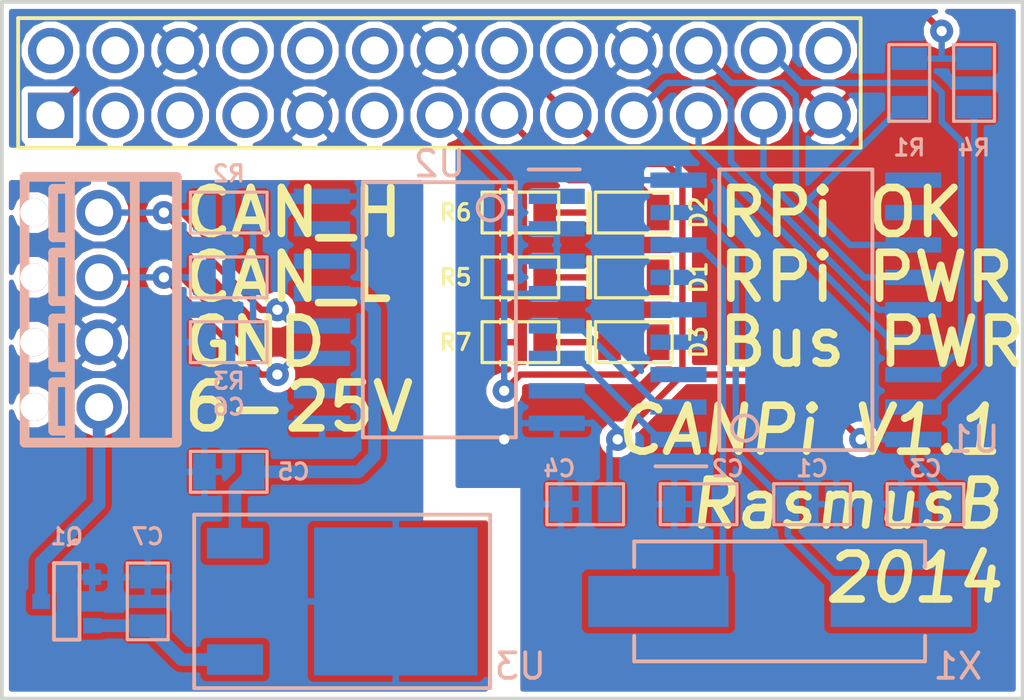
<source format=kicad_pcb>
(kicad_pcb (version 3) (host pcbnew "(2013-mar-13)-testing")

  (general
    (links 60)
    (no_connects 0)
    (area 182.982 127.083 245.185001 156.968566)
    (thickness 1.6)
    (drawings 14)
    (tracks 142)
    (zones 0)
    (modules 24)
    (nets 47)
  )

  (page A3)
  (layers
    (15 F.Cu signal)
    (0 B.Cu signal)
    (16 B.Adhes user)
    (17 F.Adhes user)
    (18 B.Paste user)
    (19 F.Paste user)
    (20 B.SilkS user)
    (21 F.SilkS user hide)
    (22 B.Mask user)
    (23 F.Mask user)
    (24 Dwgs.User user hide)
    (25 Cmts.User user)
    (26 Eco1.User user)
    (27 Eco2.User user)
    (28 Edge.Cuts user)
  )

  (setup
    (last_trace_width 0.25)
    (trace_clearance 0.25)
    (zone_clearance 0.2)
    (zone_45_only yes)
    (trace_min 0.25)
    (segment_width 0.2)
    (edge_width 0.15)
    (via_size 0.9)
    (via_drill 0.4)
    (via_min_size 0.9)
    (via_min_drill 0.4)
    (uvia_size 0.5)
    (uvia_drill 0.125)
    (uvias_allowed no)
    (uvia_min_size 0.5)
    (uvia_min_drill 0.125)
    (pcb_text_width 0.3)
    (pcb_text_size 1 1)
    (mod_edge_width 0.15)
    (mod_text_size 1 1)
    (mod_text_width 0.15)
    (pad_size 1.2 2.2)
    (pad_drill 0)
    (pad_to_mask_clearance 0)
    (aux_axis_origin 222.25 132.08)
    (visible_elements 7FFFFFEF)
    (pcbplotparams
      (layerselection 284196865)
      (usegerberextensions true)
      (excludeedgelayer true)
      (linewidth 0.150000)
      (plotframeref false)
      (viasonmask false)
      (mode 1)
      (useauxorigin true)
      (hpglpennumber 1)
      (hpglpenspeed 20)
      (hpglpendiameter 15)
      (hpglpenoverlay 2)
      (psnegative false)
      (psa4output false)
      (plotreference true)
      (plotvalue true)
      (plotothertext true)
      (plotinvisibletext false)
      (padsonsilk false)
      (subtractmaskfromsilk false)
      (outputformat 1)
      (mirror false)
      (drillshape 0)
      (scaleselection 1)
      (outputdirectory gerber/))
  )

  (net 0 "")
  (net 1 +3.3V)
  (net 2 +5V)
  (net 3 +BATT)
  (net 4 /CAN_H)
  (net 5 /CAN_INT)
  (net 6 /CAN_L)
  (net 7 /RPi_OK)
  (net 8 /RX)
  (net 9 /SPI_CE0)
  (net 10 /SPI_CLK)
  (net 11 /SPI_MISO)
  (net 12 /SPI_MOSI)
  (net 13 /TX)
  (net 14 /VSense)
  (net 15 GND)
  (net 16 GNDA)
  (net 17 N-0000012)
  (net 18 N-0000013)
  (net 19 N-0000015)
  (net 20 N-0000016)
  (net 21 N-0000017)
  (net 22 N-0000021)
  (net 23 N-0000022)
  (net 24 N-0000023)
  (net 25 N-0000024)
  (net 26 N-0000025)
  (net 27 N-0000026)
  (net 28 N-0000027)
  (net 29 N-0000028)
  (net 30 N-0000029)
  (net 31 N-0000033)
  (net 32 N-0000034)
  (net 33 N-0000035)
  (net 34 N-0000036)
  (net 35 N-0000037)
  (net 36 N-0000038)
  (net 37 N-0000039)
  (net 38 N-0000040)
  (net 39 N-0000041)
  (net 40 N-0000042)
  (net 41 N-0000043)
  (net 42 N-0000044)
  (net 43 N-0000045)
  (net 44 N-0000046)
  (net 45 N-000007)
  (net 46 N-000009)

  (net_class Default "This is the default net class."
    (clearance 0.25)
    (trace_width 0.25)
    (via_dia 0.9)
    (via_drill 0.4)
    (uvia_dia 0.5)
    (uvia_drill 0.125)
    (add_net "")
    (add_net +3.3V)
    (add_net /CAN_H)
    (add_net /CAN_INT)
    (add_net /CAN_L)
    (add_net /RPi_OK)
    (add_net /RX)
    (add_net /SPI_CE0)
    (add_net /SPI_CLK)
    (add_net /SPI_MISO)
    (add_net /SPI_MOSI)
    (add_net /TX)
    (add_net /VSense)
    (add_net GND)
    (add_net N-0000012)
    (add_net N-0000013)
    (add_net N-0000015)
    (add_net N-0000016)
    (add_net N-0000017)
    (add_net N-0000021)
    (add_net N-0000022)
    (add_net N-0000023)
    (add_net N-0000024)
    (add_net N-0000025)
    (add_net N-0000026)
    (add_net N-0000027)
    (add_net N-0000028)
    (add_net N-0000029)
    (add_net N-0000033)
    (add_net N-0000034)
    (add_net N-0000035)
    (add_net N-0000036)
    (add_net N-0000037)
    (add_net N-0000038)
    (add_net N-0000039)
    (add_net N-0000040)
    (add_net N-0000041)
    (add_net N-0000042)
    (add_net N-0000044)
    (add_net N-0000045)
    (add_net N-0000046)
    (add_net N-000007)
    (add_net N-000009)
  )

  (net_class POWER ""
    (clearance 0.25)
    (trace_width 0.5)
    (via_dia 0.9)
    (via_drill 0.4)
    (uvia_dia 0.5)
    (uvia_drill 0.125)
    (add_net +5V)
    (add_net +BATT)
    (add_net GNDA)
    (add_net N-0000043)
  )

  (module SMD-0805 (layer B.Cu) (tedit 52D6D861) (tstamp 52650286)
    (at 213.995 147.32 180)
    (path /525DB871)
    (attr smd)
    (fp_text reference C5 (at -2.54 0 180) (layer B.SilkS)
      (effects (font (size 0.635 0.635) (thickness 0.127)) (justify mirror))
    )
    (fp_text value 100n (at 0 0 180) (layer B.SilkS) hide
      (effects (font (size 0.635 0.635) (thickness 0.127)) (justify mirror))
    )
    (fp_line (start -1.50114 0.8001) (end 1.50114 0.8001) (layer B.SilkS) (width 0.127))
    (fp_line (start 1.50114 0.8001) (end 1.50114 -0.8001) (layer B.SilkS) (width 0.127))
    (fp_line (start 1.50114 -0.8001) (end -1.50114 -0.8001) (layer B.SilkS) (width 0.127))
    (fp_line (start -1.50114 -0.8001) (end -1.50114 0.8001) (layer B.SilkS) (width 0.127))
    (pad 1 smd rect (at -0.9525 0 180) (size 0.889 1.397)
      (layers B.Cu B.Paste B.Mask)
      (net 2 +5V)
    )
    (pad 2 smd rect (at 0.9525 0 180) (size 0.889 1.397)
      (layers B.Cu B.Paste B.Mask)
      (net 16 GNDA)
    )
    (model smd/chip_cms.wrl
      (at (xyz 0 0 0))
      (scale (xyz 0.1 0.1 0.1))
      (rotate (xyz 0 0 0))
    )
  )

  (module SMD-0805 (layer B.Cu) (tedit 52D6F4A7) (tstamp 52D6F369)
    (at 213.995 142.24 180)
    (path /526551C8)
    (attr smd)
    (fp_text reference C6 (at 0 -2.54 360) (layer B.SilkS)
      (effects (font (size 0.635 0.635) (thickness 0.127)) (justify mirror))
    )
    (fp_text value C (at 0 0 180) (layer B.SilkS) hide
      (effects (font (size 0.635 0.635) (thickness 0.127)) (justify mirror))
    )
    (fp_line (start -1.50114 0.8001) (end 1.50114 0.8001) (layer B.SilkS) (width 0.127))
    (fp_line (start 1.50114 0.8001) (end 1.50114 -0.8001) (layer B.SilkS) (width 0.127))
    (fp_line (start 1.50114 -0.8001) (end -1.50114 -0.8001) (layer B.SilkS) (width 0.127))
    (fp_line (start -1.50114 -0.8001) (end -1.50114 0.8001) (layer B.SilkS) (width 0.127))
    (pad 1 smd rect (at -0.9525 0 180) (size 0.889 1.397)
      (layers B.Cu B.Paste B.Mask)
      (net 46 N-000009)
    )
    (pad 2 smd rect (at 0.9525 0 180) (size 0.889 1.397)
      (layers B.Cu B.Paste B.Mask)
      (net 16 GNDA)
    )
    (model smd/chip_cms.wrl
      (at (xyz 0 0 0))
      (scale (xyz 0.1 0.1 0.1))
      (rotate (xyz 0 0 0))
    )
  )

  (module SMD-0805 (layer B.Cu) (tedit 52D6D716) (tstamp 526502A4)
    (at 210.82 152.4 90)
    (path /525DB84A)
    (attr smd)
    (fp_text reference C7 (at 2.54 0 180) (layer B.SilkS)
      (effects (font (size 0.635 0.635) (thickness 0.127)) (justify mirror))
    )
    (fp_text value 100n (at 0 0 90) (layer B.SilkS) hide
      (effects (font (size 0.635 0.635) (thickness 0.127)) (justify mirror))
    )
    (fp_line (start -1.50114 0.8001) (end 1.50114 0.8001) (layer B.SilkS) (width 0.127))
    (fp_line (start 1.50114 0.8001) (end 1.50114 -0.8001) (layer B.SilkS) (width 0.127))
    (fp_line (start 1.50114 -0.8001) (end -1.50114 -0.8001) (layer B.SilkS) (width 0.127))
    (fp_line (start -1.50114 -0.8001) (end -1.50114 0.8001) (layer B.SilkS) (width 0.127))
    (pad 1 smd rect (at -0.9525 0 90) (size 0.889 1.397)
      (layers B.Cu B.Paste B.Mask)
      (net 41 N-0000043)
    )
    (pad 2 smd rect (at 0.9525 0 90) (size 0.889 1.397)
      (layers B.Cu B.Paste B.Mask)
      (net 16 GNDA)
    )
    (model smd/chip_cms.wrl
      (at (xyz 0 0 0))
      (scale (xyz 0.1 0.1 0.1))
      (rotate (xyz 0 0 0))
    )
  )

  (module SMD-0805 (layer B.Cu) (tedit 52D6F2F9) (tstamp 526502AE)
    (at 240.665 132.08 270)
    (path /525DB22B)
    (attr smd)
    (fp_text reference R1 (at 2.54 0 540) (layer B.SilkS)
      (effects (font (size 0.635 0.635) (thickness 0.127)) (justify mirror))
    )
    (fp_text value 4k7 (at 0 0 270) (layer B.SilkS) hide
      (effects (font (size 0.635 0.635) (thickness 0.127)) (justify mirror))
    )
    (fp_line (start -1.50114 0.8001) (end 1.50114 0.8001) (layer B.SilkS) (width 0.127))
    (fp_line (start 1.50114 0.8001) (end 1.50114 -0.8001) (layer B.SilkS) (width 0.127))
    (fp_line (start 1.50114 -0.8001) (end -1.50114 -0.8001) (layer B.SilkS) (width 0.127))
    (fp_line (start -1.50114 -0.8001) (end -1.50114 0.8001) (layer B.SilkS) (width 0.127))
    (pad 1 smd rect (at -0.9525 0 270) (size 0.889 1.397)
      (layers B.Cu B.Paste B.Mask)
      (net 1 +3.3V)
    )
    (pad 2 smd rect (at 0.9525 0 270) (size 0.889 1.397)
      (layers B.Cu B.Paste B.Mask)
      (net 5 /CAN_INT)
    )
    (model smd/chip_cms.wrl
      (at (xyz 0 0 0))
      (scale (xyz 0.1 0.1 0.1))
      (rotate (xyz 0 0 0))
    )
  )

  (module SMD-0805 (layer B.Cu) (tedit 52D6F4E7) (tstamp 526502CC)
    (at 236.855 148.59)
    (path /525DAA3B)
    (attr smd)
    (fp_text reference C1 (at 0 -1.397 180) (layer B.SilkS)
      (effects (font (size 0.635 0.635) (thickness 0.127)) (justify mirror))
    )
    (fp_text value 16p (at 0 0) (layer B.SilkS) hide
      (effects (font (size 0.635 0.635) (thickness 0.127)) (justify mirror))
    )
    (fp_line (start -1.50114 0.8001) (end 1.50114 0.8001) (layer B.SilkS) (width 0.127))
    (fp_line (start 1.50114 0.8001) (end 1.50114 -0.8001) (layer B.SilkS) (width 0.127))
    (fp_line (start 1.50114 -0.8001) (end -1.50114 -0.8001) (layer B.SilkS) (width 0.127))
    (fp_line (start -1.50114 -0.8001) (end -1.50114 0.8001) (layer B.SilkS) (width 0.127))
    (pad 1 smd rect (at -0.9525 0) (size 0.889 1.397)
      (layers B.Cu B.Paste B.Mask)
      (net 22 N-0000021)
    )
    (pad 2 smd rect (at 0.9525 0) (size 0.889 1.397)
      (layers B.Cu B.Paste B.Mask)
      (net 15 GND)
    )
    (model smd/chip_cms.wrl
      (at (xyz 0 0 0))
      (scale (xyz 0.1 0.1 0.1))
      (rotate (xyz 0 0 0))
    )
  )

  (module SMD-0805 (layer B.Cu) (tedit 52D6F4E5) (tstamp 526502D6)
    (at 232.41 148.59 180)
    (path /525DAA4A)
    (attr smd)
    (fp_text reference C2 (at -1.143 1.397 360) (layer B.SilkS)
      (effects (font (size 0.635 0.635) (thickness 0.127)) (justify mirror))
    )
    (fp_text value 16p (at 0 0 180) (layer B.SilkS) hide
      (effects (font (size 0.635 0.635) (thickness 0.127)) (justify mirror))
    )
    (fp_line (start -1.50114 0.8001) (end 1.50114 0.8001) (layer B.SilkS) (width 0.127))
    (fp_line (start 1.50114 0.8001) (end 1.50114 -0.8001) (layer B.SilkS) (width 0.127))
    (fp_line (start 1.50114 -0.8001) (end -1.50114 -0.8001) (layer B.SilkS) (width 0.127))
    (fp_line (start -1.50114 -0.8001) (end -1.50114 0.8001) (layer B.SilkS) (width 0.127))
    (pad 1 smd rect (at -0.9525 0 180) (size 0.889 1.397)
      (layers B.Cu B.Paste B.Mask)
      (net 23 N-0000022)
    )
    (pad 2 smd rect (at 0.9525 0 180) (size 0.889 1.397)
      (layers B.Cu B.Paste B.Mask)
      (net 15 GND)
    )
    (model smd/chip_cms.wrl
      (at (xyz 0 0 0))
      (scale (xyz 0.1 0.1 0.1))
      (rotate (xyz 0 0 0))
    )
  )

  (module SMD-0805 (layer B.Cu) (tedit 52D6F4EB) (tstamp 526502E0)
    (at 241.3 148.59 180)
    (path /525DAC9A)
    (attr smd)
    (fp_text reference C3 (at 0 1.397 360) (layer B.SilkS)
      (effects (font (size 0.635 0.635) (thickness 0.127)) (justify mirror))
    )
    (fp_text value 100n (at 0 0 180) (layer B.SilkS) hide
      (effects (font (size 0.635 0.635) (thickness 0.127)) (justify mirror))
    )
    (fp_line (start -1.50114 0.8001) (end 1.50114 0.8001) (layer B.SilkS) (width 0.127))
    (fp_line (start 1.50114 0.8001) (end 1.50114 -0.8001) (layer B.SilkS) (width 0.127))
    (fp_line (start 1.50114 -0.8001) (end -1.50114 -0.8001) (layer B.SilkS) (width 0.127))
    (fp_line (start -1.50114 -0.8001) (end -1.50114 0.8001) (layer B.SilkS) (width 0.127))
    (pad 1 smd rect (at -0.9525 0 180) (size 0.889 1.397)
      (layers B.Cu B.Paste B.Mask)
      (net 1 +3.3V)
    )
    (pad 2 smd rect (at 0.9525 0 180) (size 0.889 1.397)
      (layers B.Cu B.Paste B.Mask)
      (net 15 GND)
    )
    (model smd/chip_cms.wrl
      (at (xyz 0 0 0))
      (scale (xyz 0.1 0.1 0.1))
      (rotate (xyz 0 0 0))
    )
  )

  (module SMD-0805 (layer B.Cu) (tedit 52D6F4DB) (tstamp 526502EA)
    (at 227.965 148.59 180)
    (path /525E8B99)
    (attr smd)
    (fp_text reference C4 (at 1.016 1.397 360) (layer B.SilkS)
      (effects (font (size 0.635 0.635) (thickness 0.127)) (justify mirror))
    )
    (fp_text value 100n (at 0 0 180) (layer B.SilkS) hide
      (effects (font (size 0.635 0.635) (thickness 0.127)) (justify mirror))
    )
    (fp_line (start -1.50114 0.8001) (end 1.50114 0.8001) (layer B.SilkS) (width 0.127))
    (fp_line (start 1.50114 0.8001) (end 1.50114 -0.8001) (layer B.SilkS) (width 0.127))
    (fp_line (start 1.50114 -0.8001) (end -1.50114 -0.8001) (layer B.SilkS) (width 0.127))
    (fp_line (start -1.50114 -0.8001) (end -1.50114 0.8001) (layer B.SilkS) (width 0.127))
    (pad 1 smd rect (at -0.9525 0 180) (size 0.889 1.397)
      (layers B.Cu B.Paste B.Mask)
      (net 1 +3.3V)
    )
    (pad 2 smd rect (at 0.9525 0 180) (size 0.889 1.397)
      (layers B.Cu B.Paste B.Mask)
      (net 15 GND)
    )
    (model smd/chip_cms.wrl
      (at (xyz 0 0 0))
      (scale (xyz 0.1 0.1 0.1))
      (rotate (xyz 0 0 0))
    )
  )

  (module SMD-0805 (layer B.Cu) (tedit 52D6F4AA) (tstamp 52D6F37F)
    (at 213.995 137.16)
    (path /526551A0)
    (attr smd)
    (fp_text reference R2 (at 0 -1.524) (layer B.SilkS)
      (effects (font (size 0.635 0.635) (thickness 0.127)) (justify mirror))
    )
    (fp_text value 60R (at 0 0) (layer B.SilkS) hide
      (effects (font (size 0.635 0.635) (thickness 0.127)) (justify mirror))
    )
    (fp_line (start -1.50114 0.8001) (end 1.50114 0.8001) (layer B.SilkS) (width 0.127))
    (fp_line (start 1.50114 0.8001) (end 1.50114 -0.8001) (layer B.SilkS) (width 0.127))
    (fp_line (start 1.50114 -0.8001) (end -1.50114 -0.8001) (layer B.SilkS) (width 0.127))
    (fp_line (start -1.50114 -0.8001) (end -1.50114 0.8001) (layer B.SilkS) (width 0.127))
    (pad 1 smd rect (at -0.9525 0) (size 0.889 1.397)
      (layers B.Cu B.Paste B.Mask)
      (net 4 /CAN_H)
    )
    (pad 2 smd rect (at 0.9525 0) (size 0.889 1.397)
      (layers B.Cu B.Paste B.Mask)
      (net 46 N-000009)
    )
    (model smd/chip_cms.wrl
      (at (xyz 0 0 0))
      (scale (xyz 0.1 0.1 0.1))
      (rotate (xyz 0 0 0))
    )
  )

  (module SMD-0805 (layer B.Cu) (tedit 52D6F4B2) (tstamp 52D6F374)
    (at 213.995 139.7 180)
    (path /526551AF)
    (attr smd)
    (fp_text reference R3 (at 0 -4.064 180) (layer B.SilkS)
      (effects (font (size 0.635 0.635) (thickness 0.127)) (justify mirror))
    )
    (fp_text value 60R (at 0 0 180) (layer B.SilkS) hide
      (effects (font (size 0.635 0.635) (thickness 0.127)) (justify mirror))
    )
    (fp_line (start -1.50114 0.8001) (end 1.50114 0.8001) (layer B.SilkS) (width 0.127))
    (fp_line (start 1.50114 0.8001) (end 1.50114 -0.8001) (layer B.SilkS) (width 0.127))
    (fp_line (start 1.50114 -0.8001) (end -1.50114 -0.8001) (layer B.SilkS) (width 0.127))
    (fp_line (start -1.50114 -0.8001) (end -1.50114 0.8001) (layer B.SilkS) (width 0.127))
    (pad 1 smd rect (at -0.9525 0 180) (size 0.889 1.397)
      (layers B.Cu B.Paste B.Mask)
      (net 46 N-000009)
    )
    (pad 2 smd rect (at 0.9525 0 180) (size 0.889 1.397)
      (layers B.Cu B.Paste B.Mask)
      (net 6 /CAN_L)
    )
    (model smd/chip_cms.wrl
      (at (xyz 0 0 0))
      (scale (xyz 0.1 0.1 0.1))
      (rotate (xyz 0 0 0))
    )
  )

  (module SOIC-18W (layer B.Cu) (tedit 52D6F488) (tstamp 52654FE0)
    (at 236.22 140.97 90)
    (path /526686D4)
    (fp_text reference U1 (at -5.08 6.985 180) (layer B.SilkS)
      (effects (font (size 1 1) (thickness 0.15)) (justify mirror))
    )
    (fp_text value MCP2515-DIP-SOIC (at 0 0 90) (layer B.SilkS) hide
      (effects (font (size 1 1) (thickness 0.15)) (justify mirror))
    )
    (fp_line (start 5.5 3) (end -5.5 3) (layer B.SilkS) (width 0.15))
    (fp_line (start -5.5 3) (end -5.5 -3) (layer B.SilkS) (width 0.15))
    (fp_line (start -5.5 -3) (end 5.5 -3) (layer B.SilkS) (width 0.15))
    (fp_line (start 5.5 -3) (end 5.5 3) (layer B.SilkS) (width 0.15))
    (fp_circle (center -4.635 -2) (end -4.635 -2.5) (layer B.SilkS) (width 0.15))
    (fp_line (start -6.135 -5.5) (end -6.135 -3.5) (layer B.SilkS) (width 0.15))
    (pad 1 smd rect (at -5.08 -4.6 90) (size 0.6 2.2)
      (layers B.Cu B.Paste B.Mask)
      (net 13 /TX)
    )
    (pad 2 smd rect (at -3.81 -4.6 90) (size 0.6 2.2)
      (layers B.Cu B.Paste B.Mask)
      (net 8 /RX)
    )
    (pad 3 smd rect (at -2.54 -4.6 90) (size 0.6 2.2)
      (layers B.Cu B.Paste B.Mask)
      (net 45 N-000007)
    )
    (pad 4 smd rect (at -1.27 -4.6 90) (size 0.6 2.2)
      (layers B.Cu B.Paste B.Mask)
      (net 18 N-0000013)
    )
    (pad 5 smd rect (at 0 -4.6 90) (size 0.6 2.2)
      (layers B.Cu B.Paste B.Mask)
      (net 27 N-0000026)
    )
    (pad 6 smd rect (at 1.27 -4.6 90) (size 0.6 2.2)
      (layers B.Cu B.Paste B.Mask)
      (net 26 N-0000025)
    )
    (pad 7 smd rect (at 2.54 -4.6 90) (size 0.6 2.2)
      (layers B.Cu B.Paste B.Mask)
      (net 23 N-0000022)
    )
    (pad 8 smd rect (at 3.81 -4.6 90) (size 0.6 2.2)
      (layers B.Cu B.Paste B.Mask)
      (net 22 N-0000021)
    )
    (pad 9 smd rect (at 5.08 -4.6 90) (size 0.6 2.2)
      (layers B.Cu B.Paste B.Mask)
      (net 15 GND)
    )
    (pad 10 smd rect (at 5.08 4.6 90) (size 0.6 2.2)
      (layers B.Cu B.Paste B.Mask)
      (net 25 N-0000024)
    )
    (pad 11 smd rect (at 3.81 4.6 90) (size 0.6 2.2)
      (layers B.Cu B.Paste B.Mask)
      (net 24 N-0000023)
    )
    (pad 12 smd rect (at 2.54 4.6 90) (size 0.6 2.2)
      (layers B.Cu B.Paste B.Mask)
      (net 5 /CAN_INT)
    )
    (pad 13 smd rect (at 1.27 4.6 90) (size 0.6 2.2)
      (layers B.Cu B.Paste B.Mask)
      (net 10 /SPI_CLK)
    )
    (pad 14 smd rect (at 0 4.6 90) (size 0.6 2.2)
      (layers B.Cu B.Paste B.Mask)
      (net 12 /SPI_MOSI)
    )
    (pad 15 smd rect (at -1.27 4.6 90) (size 0.6 2.2)
      (layers B.Cu B.Paste B.Mask)
      (net 11 /SPI_MISO)
    )
    (pad 16 smd rect (at -2.54 4.6 90) (size 0.6 2.2)
      (layers B.Cu B.Paste B.Mask)
      (net 9 /SPI_CE0)
    )
    (pad 17 smd rect (at -3.81 4.6 90) (size 0.6 2.2)
      (layers B.Cu B.Paste B.Mask)
      (net 28 N-0000027)
    )
    (pad 18 smd rect (at -5.08 4.6 90) (size 0.6 2.2)
      (layers B.Cu B.Paste B.Mask)
      (net 1 +3.3V)
    )
  )

  (module SOIC-16W (layer B.Cu) (tedit 52D6D85A) (tstamp 52654FFB)
    (at 222.25 140.97 270)
    (path /525E793D)
    (fp_text reference U2 (at -5.715 0 540) (layer B.SilkS)
      (effects (font (size 1 1) (thickness 0.15)) (justify mirror))
    )
    (fp_text value ADM3054 (at 0 0 270) (layer B.SilkS) hide
      (effects (font (size 1 1) (thickness 0.15)) (justify mirror))
    )
    (fp_circle (center -4 -2) (end -4 -2.5) (layer B.SilkS) (width 0.15))
    (fp_line (start -5.5 -5.5) (end -5.5 -3.5) (layer B.SilkS) (width 0.15))
    (fp_line (start -5 3) (end 5 3) (layer B.SilkS) (width 0.15))
    (fp_line (start 5 3) (end 5 -3) (layer B.SilkS) (width 0.15))
    (fp_line (start 5 -3) (end -5 -3) (layer B.SilkS) (width 0.15))
    (fp_line (start -5 -3) (end -5 3) (layer B.SilkS) (width 0.15))
    (pad 1 smd rect (at -4.445 -4.6 270) (size 0.6 2.2)
      (layers B.Cu B.Paste B.Mask)
      (net 44 N-0000046)
    )
    (pad 2 smd rect (at -3.175 -4.6 270) (size 0.6 2.2)
      (layers B.Cu B.Paste B.Mask)
      (net 15 GND)
    )
    (pad 3 smd rect (at -1.905 -4.6 270) (size 0.6 2.2)
      (layers B.Cu B.Paste B.Mask)
      (net 15 GND)
    )
    (pad 4 smd rect (at -0.635 -4.6 270) (size 0.6 2.2)
      (layers B.Cu B.Paste B.Mask)
      (net 14 /VSense)
    )
    (pad 5 smd rect (at 0.635 -4.6 270) (size 0.6 2.2)
      (layers B.Cu B.Paste B.Mask)
      (net 8 /RX)
    )
    (pad 6 smd rect (at 1.905 -4.6 270) (size 0.6 2.2)
      (layers B.Cu B.Paste B.Mask)
      (net 13 /TX)
    )
    (pad 7 smd rect (at 3.175 -4.6 270) (size 0.6 2.2)
      (layers B.Cu B.Paste B.Mask)
      (net 1 +3.3V)
    )
    (pad 8 smd rect (at 4.445 -4.6 270) (size 0.6 2.2)
      (layers B.Cu B.Paste B.Mask)
      (net 15 GND)
    )
    (pad 9 smd rect (at 4.445 4.6 270) (size 0.6 2.2)
      (layers B.Cu B.Paste B.Mask)
      (net 16 GNDA)
    )
    (pad 10 smd rect (at 3.175 4.6 270) (size 0.6 2.2)
      (layers B.Cu B.Paste B.Mask)
      (net 17 N-0000012)
    )
    (pad 11 smd rect (at 1.905 4.6 270) (size 0.6 2.2)
      (layers B.Cu B.Paste B.Mask)
      (net 6 /CAN_L)
    )
    (pad 12 smd rect (at 0.635 4.6 270) (size 0.6 2.2)
      (layers B.Cu B.Paste B.Mask)
      (net 4 /CAN_H)
    )
    (pad 13 smd rect (at -0.635 4.6 270) (size 0.6 2.2)
      (layers B.Cu B.Paste B.Mask)
      (net 2 +5V)
    )
    (pad 14 smd rect (at -1.905 4.6 270) (size 0.6 2.2)
      (layers B.Cu B.Paste B.Mask)
      (net 43 N-0000045)
    )
    (pad 15 smd rect (at -3.175 4.6 270) (size 0.6 2.2)
      (layers B.Cu B.Paste B.Mask)
      (net 42 N-0000044)
    )
    (pad 16 smd rect (at -4.445 4.6 270) (size 0.6 2.2)
      (layers B.Cu B.Paste B.Mask)
      (net 16 GNDA)
    )
  )

  (module XTAL-HC49_SM (layer B.Cu) (tedit 52D6E2F9) (tstamp 52650264)
    (at 235.585 152.4)
    (path /5278F215)
    (fp_text reference X1 (at 6.985 2.54) (layer B.SilkS)
      (effects (font (size 1 1) (thickness 0.15)) (justify mirror))
    )
    (fp_text value 16MHz (at 0 0) (layer B.SilkS) hide
      (effects (font (size 1 1) (thickness 0.15)) (justify mirror))
    )
    (fp_line (start -5.7 -1.35) (end -5.7 -2.35) (layer B.SilkS) (width 0.15))
    (fp_line (start -5.7 -2.35) (end 5.7 -2.35) (layer B.SilkS) (width 0.15))
    (fp_line (start 5.7 -2.35) (end 5.7 -1.35) (layer B.SilkS) (width 0.15))
    (fp_line (start -5.7 1.35) (end -5.7 2.35) (layer B.SilkS) (width 0.15))
    (fp_line (start -5.7 2.35) (end 5.7 2.35) (layer B.SilkS) (width 0.15))
    (fp_line (start 5.7 2.35) (end 5.7 1.35) (layer B.SilkS) (width 0.15))
    (fp_line (start -5.7 2.35) (end -5.7 -2.35) (layer Dwgs.User) (width 0.15))
    (fp_line (start -5.7 2.35) (end 5.7 2.35) (layer Dwgs.User) (width 0.15))
    (fp_line (start 5.7 2.35) (end 5.7 -2.35) (layer Dwgs.User) (width 0.15))
    (fp_line (start 5.7 -2.35) (end -5.7 -2.35) (layer Dwgs.User) (width 0.15))
    (fp_line (start -3.25 -1.75) (end 3.25 -1.75) (layer Dwgs.User) (width 0.15))
    (fp_line (start -3.25 1.75) (end 3.25 1.75) (layer Dwgs.User) (width 0.15))
    (fp_arc (start 3.25 0) (end 5 0) (angle -90) (layer Dwgs.User) (width 0.15))
    (fp_arc (start 3.25 0) (end 3.25 1.75) (angle -90) (layer Dwgs.User) (width 0.15))
    (fp_arc (start -3.25 0) (end -3.25 -1.75) (angle -90) (layer Dwgs.User) (width 0.15))
    (fp_arc (start -3.25 0) (end -5 0) (angle -90) (layer Dwgs.User) (width 0.15))
    (pad 1 smd rect (at -4.75 0) (size 5.5 2)
      (layers B.Cu B.Paste B.Mask)
      (net 23 N-0000022)
    )
    (pad 2 smd rect (at 4.75 0) (size 5.5 2)
      (layers B.Cu B.Paste B.Mask)
      (net 22 N-0000021)
    )
  )

  (module MPT-0,5_2.54x04 (layer B.Cu) (tedit 52A8BF65) (tstamp 52650308)
    (at 208.915 140.97 90)
    (path /525DBB96)
    (fp_text reference P2 (at 0 4.445 90) (layer B.SilkS) hide
      (effects (font (thickness 0.3048)) (justify mirror))
    )
    (fp_text value CAN (at -8.89 -2.54 90) (layer B.SilkS) hide
      (effects (font (thickness 0.3048)) (justify mirror))
    )
    (fp_line (start -5.207 3.048) (end -5.207 -2.921) (layer B.SilkS) (width 0.381))
    (fp_line (start 5.207 3.048) (end 5.207 -2.921) (layer B.SilkS) (width 0.381))
    (fp_line (start -5.207 -2.921) (end 5.207 -2.921) (layer B.SilkS) (width 0.381))
    (fp_line (start -5.207 3.048) (end 5.207 3.048) (layer B.SilkS) (width 0.381))
    (fp_line (start -5.207 1.397) (end 5.207 1.397) (layer B.SilkS) (width 0.381))
    (fp_line (start -5.207 -1.143) (end 5.207 -1.143) (layer B.SilkS) (width 0.381))
    (fp_line (start -4.73964 -1.80086) (end -4.73964 -1.30048) (layer B.SilkS) (width 0.381))
    (fp_line (start -2.83972 -1.80086) (end -4.73964 -1.80086) (layer B.SilkS) (width 0.381))
    (fp_line (start -2.83972 -1.30048) (end -2.83972 -1.80086) (layer B.SilkS) (width 0.381))
    (fp_line (start -0.34036 -1.80086) (end -0.34036 -1.30048) (layer B.SilkS) (width 0.381))
    (fp_line (start -2.24028 -1.80086) (end -0.34036 -1.80086) (layer B.SilkS) (width 0.381))
    (fp_line (start -2.24028 -1.30048) (end -2.24028 -1.80086) (layer B.SilkS) (width 0.381))
    (fp_line (start 2.83972 -1.30048) (end 2.83972 -1.80086) (layer B.SilkS) (width 0.381))
    (fp_line (start 2.83972 -1.80086) (end 4.73964 -1.80086) (layer B.SilkS) (width 0.381))
    (fp_line (start 4.73964 -1.80086) (end 4.73964 -1.30048) (layer B.SilkS) (width 0.381))
    (fp_line (start 2.24028 -1.30048) (end 2.24028 -1.80086) (layer B.SilkS) (width 0.381))
    (fp_line (start 2.24028 -1.80086) (end 0.34036 -1.80086) (layer B.SilkS) (width 0.381))
    (fp_line (start 0.34036 -1.80086) (end 0.34036 -1.30048) (layer B.SilkS) (width 0.381))
    (pad 2 thru_hole circle (at -1.27 0 90) (size 1.778 1.778) (drill 1.09982)
      (layers *.Cu *.Mask)
      (net 16 GNDA)
    )
    (pad 1 thru_hole circle (at -3.81 0 90) (size 1.778 1.778) (drill 1.09982)
      (layers *.Cu *.Mask)
      (net 3 +BATT)
    )
    (pad "" thru_hole circle (at -3.81 -2.54 90) (size 1.1 1.1) (drill 1.1)
      (layers *.Cu)
    )
    (pad "" thru_hole circle (at -1.27 -2.54 90) (size 1.1 1.1) (drill 1.1)
      (layers *.Cu)
    )
    (pad "" thru_hole circle (at 3.81 -2.54 90) (size 1.1 1.1) (drill 1.1)
      (layers *.Cu)
    )
    (pad "" thru_hole circle (at 1.27 -2.54 90) (size 1.1 1.1) (drill 1.1)
      (layers *.Cu)
    )
    (pad 3 thru_hole circle (at 1.27 0 90) (size 1.778 1.778) (drill 1.09982)
      (layers *.Cu *.Mask)
      (net 6 /CAN_L)
    )
    (pad 4 thru_hole circle (at 3.81 0 90) (size 1.778 1.778) (drill 1.09982)
      (layers *.Cu *.Mask)
      (net 4 /CAN_H)
    )
  )

  (module TO-252-3 (layer B.Cu) (tedit 52D6F48F) (tstamp 52655014)
    (at 218.44 152.4 90)
    (path /52989CAA)
    (fp_text reference U3 (at -2.54 6.985 360) (layer B.SilkS)
      (effects (font (size 1 1) (thickness 0.15)) (justify mirror))
    )
    (fp_text value BA05FP (at 0 0 90) (layer B.SilkS) hide
      (effects (font (size 1 1) (thickness 0.15)) (justify mirror))
    )
    (fp_line (start -3.4 5.8) (end -3.4 -5.8) (layer B.SilkS) (width 0.15))
    (fp_line (start -3.4 -5.8) (end 3.4 -5.8) (layer B.SilkS) (width 0.15))
    (fp_line (start 3.4 -5.8) (end 3.4 5.8) (layer B.SilkS) (width 0.15))
    (fp_line (start 3.4 5.8) (end -3.4 5.8) (layer B.SilkS) (width 0.15))
    (fp_line (start -0.3 -2.25) (end -0.3 -3.05) (layer Dwgs.User) (width 0.15))
    (fp_line (start -0.3 -3.05) (end 0.3 -3.05) (layer Dwgs.User) (width 0.15))
    (fp_line (start 0.3 -3.05) (end 0.3 -2.25) (layer Dwgs.User) (width 0.15))
    (fp_line (start 2.6 -2.25) (end 2.6 -4.75) (layer Dwgs.User) (width 0.15))
    (fp_line (start 2.6 -4.75) (end 2 -4.75) (layer Dwgs.User) (width 0.15))
    (fp_line (start 2 -4.75) (end 2 -2.25) (layer Dwgs.User) (width 0.15))
    (fp_line (start -2.6 -2.25) (end -2.6 -4.75) (layer Dwgs.User) (width 0.15))
    (fp_line (start -2.6 -4.75) (end -2 -4.75) (layer Dwgs.User) (width 0.15))
    (fp_line (start -2 -4.75) (end -2 -2.25) (layer Dwgs.User) (width 0.15))
    (fp_line (start -1.75 4.75) (end 1.75 4.75) (layer Dwgs.User) (width 0.15))
    (fp_line (start -2.25 3.25) (end -2.25 4.25) (layer Dwgs.User) (width 0.15))
    (fp_line (start -2.25 4.25) (end -1.75 4.75) (layer Dwgs.User) (width 0.15))
    (fp_line (start 1.75 4.75) (end 2.25 4.25) (layer Dwgs.User) (width 0.15))
    (fp_line (start 2.25 4.25) (end 2.25 3.25) (layer Dwgs.User) (width 0.15))
    (fp_line (start -3.25 -2.25) (end -3.25 3.25) (layer Dwgs.User) (width 0.15))
    (fp_line (start -3.25 3.25) (end 3.25 3.25) (layer Dwgs.User) (width 0.15))
    (fp_line (start 3.25 3.25) (end 3.25 -2.25) (layer Dwgs.User) (width 0.15))
    (fp_line (start 3.25 -2.25) (end -3.25 -2.25) (layer Dwgs.User) (width 0.15))
    (pad 1 smd rect (at -2.28 -4.2 90) (size 1.2 2.2)
      (layers B.Cu B.Paste B.Mask)
      (net 41 N-0000043)
    )
    (pad 2 smd rect (at 0 2.1 90) (size 5.8 6.4)
      (layers B.Cu B.Paste B.Mask)
      (net 16 GNDA)
    )
    (pad 3 smd rect (at 2.28 -4.2 90) (size 1.2 2.2)
      (layers B.Cu B.Paste B.Mask)
      (net 2 +5V)
    )
  )

  (module SOT-23_TO-236AB (layer B.Cu) (tedit 52D6D715) (tstamp 52650271)
    (at 207.645 152.4 270)
    (path /5298798A)
    (fp_text reference Q1 (at -2.54 0 360) (layer B.SilkS)
      (effects (font (size 0.62992 0.62992) (thickness 0.127)) (justify mirror))
    )
    (fp_text value IRLML9303TR (at 0 0 270) (layer B.SilkS) hide
      (effects (font (size 0.635 0.635) (thickness 0.127)) (justify mirror))
    )
    (fp_line (start 1.5 0.5) (end -1.5 0.5) (layer B.SilkS) (width 0.15))
    (fp_line (start -1.5 0.5) (end -1.5 -0.5) (layer B.SilkS) (width 0.15))
    (fp_line (start -1.5 -0.5) (end 1.5 -0.5) (layer B.SilkS) (width 0.15))
    (fp_line (start 1.5 -0.5) (end 1.5 0.5) (layer B.SilkS) (width 0.15))
    (pad 3 smd rect (at 0 1 270) (size 0.6 0.7)
      (layers B.Cu B.Paste B.Mask)
      (net 3 +BATT)
    )
    (pad 1 smd rect (at -0.95 -1 270) (size 0.6 0.7)
      (layers B.Cu B.Paste B.Mask)
      (net 16 GNDA)
    )
    (pad 2 smd rect (at 0.95 -1 270) (size 0.6 0.7)
      (layers B.Cu B.Paste B.Mask)
      (net 41 N-0000043)
    )
  )

  (module PIN_HEADER-13x2 (layer F.Cu) (tedit 52D6D500) (tstamp 52D6E480)
    (at 222.25 132.08)
    (path /525DA2AC)
    (fp_text reference P1 (at 0 3.81) (layer F.SilkS) hide
      (effects (font (thickness 0.3048)))
    )
    (fp_text value RPIEX (at 0 -3.81) (layer F.SilkS) hide
      (effects (font (thickness 0.3048)))
    )
    (fp_line (start -16.51 -2.54) (end -16.51 2.54) (layer F.SilkS) (width 0.15))
    (fp_line (start -16.51 2.54) (end 16.51 2.54) (layer F.SilkS) (width 0.15))
    (fp_line (start 16.51 2.54) (end 16.51 -2.54) (layer F.SilkS) (width 0.15))
    (fp_line (start 16.51 -2.54) (end -16.51 -2.54) (layer F.SilkS) (width 0.15))
    (pad 20 thru_hole circle (at 7.62 -1.27) (size 1.77 1.77) (drill 1.1)
      (layers *.Cu *.Mask)
      (net 15 GND)
    )
    (pad 19 thru_hole circle (at 7.62 1.27) (size 1.77 1.77) (drill 1.1)
      (layers *.Cu *.Mask)
      (net 12 /SPI_MOSI)
    )
    (pad 18 thru_hole circle (at 5.08 -1.27) (size 1.77 1.77) (drill 1.1)
      (layers *.Cu *.Mask)
      (net 38 N-0000040)
    )
    (pad 17 thru_hole circle (at 5.08 1.27) (size 1.77 1.77) (drill 1.1)
      (layers *.Cu *.Mask)
      (net 1 +3.3V)
    )
    (pad 1 thru_hole rect (at -15.24 1.27) (size 1.77 1.77) (drill 1.1)
      (layers *.Cu *.Mask)
      (net 1 +3.3V)
    )
    (pad 2 thru_hole circle (at -15.24 -1.27) (size 1.77 1.77) (drill 1.1)
      (layers *.Cu *.Mask)
      (net 30 N-0000029)
    )
    (pad 3 thru_hole circle (at -12.7 1.27) (size 1.77 1.77) (drill 1.1)
      (layers *.Cu *.Mask)
      (net 31 N-0000033)
    )
    (pad 4 thru_hole circle (at -12.7 -1.27) (size 1.77 1.77) (drill 1.1)
      (layers *.Cu *.Mask)
      (net 29 N-0000028)
    )
    (pad 5 thru_hole circle (at -10.16 1.27) (size 1.77 1.77) (drill 1.1)
      (layers *.Cu *.Mask)
      (net 37 N-0000039)
    )
    (pad 6 thru_hole circle (at -10.16 -1.27) (size 1.77 1.77) (drill 1.1)
      (layers *.Cu *.Mask)
      (net 15 GND)
    )
    (pad 7 thru_hole circle (at -7.62 1.27) (size 1.77 1.77) (drill 1.1)
      (layers *.Cu *.Mask)
      (net 36 N-0000038)
    )
    (pad 8 thru_hole circle (at -7.62 -1.27) (size 1.77 1.77) (drill 1.1)
      (layers *.Cu *.Mask)
      (net 35 N-0000037)
    )
    (pad 9 thru_hole circle (at -5.08 1.27) (size 1.77 1.77) (drill 1.1)
      (layers *.Cu *.Mask)
      (net 15 GND)
    )
    (pad 10 thru_hole circle (at -5.08 -1.27) (size 1.77 1.77) (drill 1.1)
      (layers *.Cu *.Mask)
      (net 34 N-0000036)
    )
    (pad 11 thru_hole circle (at -2.54 1.27) (size 1.77 1.77) (drill 1.1)
      (layers *.Cu *.Mask)
      (net 33 N-0000035)
    )
    (pad 12 thru_hole circle (at -2.54 -1.27) (size 1.77 1.77) (drill 1.1)
      (layers *.Cu *.Mask)
      (net 32 N-0000034)
    )
    (pad 13 thru_hole circle (at 0 1.27) (size 1.77 1.77) (drill 1.1)
      (layers *.Cu *.Mask)
      (net 14 /VSense)
    )
    (pad 14 thru_hole circle (at 0 -1.27) (size 1.77 1.77) (drill 1.1)
      (layers *.Cu *.Mask)
      (net 15 GND)
    )
    (pad 15 thru_hole circle (at 2.54 1.27) (size 1.77 1.77) (drill 1.1)
      (layers *.Cu *.Mask)
      (net 7 /RPi_OK)
    )
    (pad 16 thru_hole circle (at 2.54 -1.27) (size 1.77 1.77) (drill 1.1)
      (layers *.Cu *.Mask)
      (net 40 N-0000042)
    )
    (pad 21 thru_hole circle (at 10.16 1.27) (size 1.77 1.77) (drill 1.1)
      (layers *.Cu *.Mask)
      (net 11 /SPI_MISO)
    )
    (pad 22 thru_hole circle (at 10.16 -1.27) (size 1.77 1.77) (drill 1.1)
      (layers *.Cu *.Mask)
      (net 5 /CAN_INT)
    )
    (pad 23 thru_hole circle (at 12.7 1.27) (size 1.77 1.77) (drill 1.1)
      (layers *.Cu *.Mask)
      (net 10 /SPI_CLK)
    )
    (pad 24 thru_hole circle (at 12.7 -1.27) (size 1.77 1.77) (drill 1.1)
      (layers *.Cu *.Mask)
      (net 9 /SPI_CE0)
    )
    (pad 25 thru_hole circle (at 15.24 1.27) (size 1.77 1.77) (drill 1.1)
      (layers *.Cu *.Mask)
      (net 15 GND)
    )
    (pad 26 thru_hole circle (at 15.24 -1.27) (size 1.77 1.77) (drill 1.1)
      (layers *.Cu *.Mask)
      (net 39 N-0000041)
    )
  )

  (module SMD-0805 (layer B.Cu) (tedit 52D6F2FA) (tstamp 52D6E4AA)
    (at 243.205 132.08 270)
    (path /52D673E3)
    (attr smd)
    (fp_text reference R4 (at 2.54 0 360) (layer B.SilkS)
      (effects (font (size 0.635 0.635) (thickness 0.127)) (justify mirror))
    )
    (fp_text value 4k7 (at 0 0 270) (layer B.SilkS) hide
      (effects (font (size 0.635 0.635) (thickness 0.127)) (justify mirror))
    )
    (fp_line (start -1.50114 0.8001) (end 1.50114 0.8001) (layer B.SilkS) (width 0.127))
    (fp_line (start 1.50114 0.8001) (end 1.50114 -0.8001) (layer B.SilkS) (width 0.127))
    (fp_line (start 1.50114 -0.8001) (end -1.50114 -0.8001) (layer B.SilkS) (width 0.127))
    (fp_line (start -1.50114 -0.8001) (end -1.50114 0.8001) (layer B.SilkS) (width 0.127))
    (pad 1 smd rect (at -0.9525 0 270) (size 0.889 1.397)
      (layers B.Cu B.Paste B.Mask)
      (net 1 +3.3V)
    )
    (pad 2 smd rect (at 0.9525 0 270) (size 0.889 1.397)
      (layers B.Cu B.Paste B.Mask)
      (net 28 N-0000027)
    )
    (model smd/chip_cms.wrl
      (at (xyz 0 0 0))
      (scale (xyz 0.1 0.1 0.1))
      (rotate (xyz 0 0 0))
    )
  )

  (module SMD-0805-LED (layer F.Cu) (tedit 52D6F020) (tstamp 52D6FD2F)
    (at 229.87 139.7 180)
    (path /52D6EA0A)
    (attr smd)
    (fp_text reference D1 (at -2.54 0 450) (layer F.SilkS)
      (effects (font (size 0.635 0.635) (thickness 0.127)))
    )
    (fp_text value "RPi PWR" (at -6.35 0 180) (layer F.SilkS) hide
      (effects (font (size 0.635 0.635) (thickness 0.127)))
    )
    (fp_line (start 1.69926 -0.8001) (end 1.80086 -0.8001) (layer F.SilkS) (width 0.127))
    (fp_line (start 1.80086 -0.8001) (end 1.80086 0.8001) (layer F.SilkS) (width 0.127))
    (fp_line (start 1.80086 0.8001) (end 1.69926 0.8001) (layer F.SilkS) (width 0.127))
    (fp_line (start -1.50114 0.8001) (end 1.50114 0.8001) (layer F.SilkS) (width 0.127))
    (fp_line (start 1.50114 -0.8001) (end -1.50114 -0.8001) (layer F.SilkS) (width 0.127))
    (fp_line (start -1.50114 -0.8001) (end -1.50114 0.8001) (layer F.SilkS) (width 0.127))
    (fp_line (start 1.69926 -0.8001) (end 1.69926 0.8001) (layer F.SilkS) (width 0.127))
    (fp_line (start 1.50114 -0.8001) (end 1.50114 0.8001) (layer F.SilkS) (width 0.127))
    (pad 1 smd rect (at -0.9525 0 180) (size 0.889 1.397)
      (layers F.Cu F.Paste F.Mask)
      (net 1 +3.3V)
    )
    (pad 2 smd rect (at 0.9525 0 180) (size 0.889 1.397)
      (layers F.Cu F.Paste F.Mask)
      (net 21 N-0000017)
    )
    (model smd/chip_cms.wrl
      (at (xyz 0 0 0))
      (scale (xyz 0.1 0.1 0.1))
      (rotate (xyz 0 0 0))
    )
  )

  (module SMD-0805-LED (layer F.Cu) (tedit 52D6F025) (tstamp 52D6FD3D)
    (at 229.87 137.16 180)
    (path /52D6EA46)
    (attr smd)
    (fp_text reference D2 (at -2.54 0 270) (layer F.SilkS)
      (effects (font (size 0.635 0.635) (thickness 0.127)))
    )
    (fp_text value "RPi OK" (at -6.35 0 180) (layer F.SilkS) hide
      (effects (font (size 0.635 0.635) (thickness 0.127)))
    )
    (fp_line (start 1.69926 -0.8001) (end 1.80086 -0.8001) (layer F.SilkS) (width 0.127))
    (fp_line (start 1.80086 -0.8001) (end 1.80086 0.8001) (layer F.SilkS) (width 0.127))
    (fp_line (start 1.80086 0.8001) (end 1.69926 0.8001) (layer F.SilkS) (width 0.127))
    (fp_line (start -1.50114 0.8001) (end 1.50114 0.8001) (layer F.SilkS) (width 0.127))
    (fp_line (start 1.50114 -0.8001) (end -1.50114 -0.8001) (layer F.SilkS) (width 0.127))
    (fp_line (start -1.50114 -0.8001) (end -1.50114 0.8001) (layer F.SilkS) (width 0.127))
    (fp_line (start 1.69926 -0.8001) (end 1.69926 0.8001) (layer F.SilkS) (width 0.127))
    (fp_line (start 1.50114 -0.8001) (end 1.50114 0.8001) (layer F.SilkS) (width 0.127))
    (pad 1 smd rect (at -0.9525 0 180) (size 0.889 1.397)
      (layers F.Cu F.Paste F.Mask)
      (net 7 /RPi_OK)
    )
    (pad 2 smd rect (at 0.9525 0 180) (size 0.889 1.397)
      (layers F.Cu F.Paste F.Mask)
      (net 20 N-0000016)
    )
    (model smd/chip_cms.wrl
      (at (xyz 0 0 0))
      (scale (xyz 0.1 0.1 0.1))
      (rotate (xyz 0 0 0))
    )
  )

  (module SMD-0805-LED (layer F.Cu) (tedit 52D6F023) (tstamp 52D6FD4B)
    (at 229.87 142.24 180)
    (path /52D6EA51)
    (attr smd)
    (fp_text reference D3 (at -2.54 0 270) (layer F.SilkS)
      (effects (font (size 0.635 0.635) (thickness 0.127)))
    )
    (fp_text value "Bus PWR" (at -6.35 0 180) (layer F.SilkS) hide
      (effects (font (size 0.635 0.635) (thickness 0.127)))
    )
    (fp_line (start 1.69926 -0.8001) (end 1.80086 -0.8001) (layer F.SilkS) (width 0.127))
    (fp_line (start 1.80086 -0.8001) (end 1.80086 0.8001) (layer F.SilkS) (width 0.127))
    (fp_line (start 1.80086 0.8001) (end 1.69926 0.8001) (layer F.SilkS) (width 0.127))
    (fp_line (start -1.50114 0.8001) (end 1.50114 0.8001) (layer F.SilkS) (width 0.127))
    (fp_line (start 1.50114 -0.8001) (end -1.50114 -0.8001) (layer F.SilkS) (width 0.127))
    (fp_line (start -1.50114 -0.8001) (end -1.50114 0.8001) (layer F.SilkS) (width 0.127))
    (fp_line (start 1.69926 -0.8001) (end 1.69926 0.8001) (layer F.SilkS) (width 0.127))
    (fp_line (start 1.50114 -0.8001) (end 1.50114 0.8001) (layer F.SilkS) (width 0.127))
    (pad 1 smd rect (at -0.9525 0 180) (size 0.889 1.397)
      (layers F.Cu F.Paste F.Mask)
      (net 14 /VSense)
    )
    (pad 2 smd rect (at 0.9525 0 180) (size 0.889 1.397)
      (layers F.Cu F.Paste F.Mask)
      (net 19 N-0000015)
    )
    (model smd/chip_cms.wrl
      (at (xyz 0 0 0))
      (scale (xyz 0.1 0.1 0.1))
      (rotate (xyz 0 0 0))
    )
  )

  (module SMD-0805 (layer F.Cu) (tedit 52D6EFEE) (tstamp 52D6FD55)
    (at 225.425 139.7 180)
    (path /52D6EB8D)
    (attr smd)
    (fp_text reference R5 (at 2.54 0 180) (layer F.SilkS)
      (effects (font (size 0.635 0.635) (thickness 0.127)))
    )
    (fp_text value 330 (at 0 0 180) (layer F.SilkS) hide
      (effects (font (size 0.635 0.635) (thickness 0.127)))
    )
    (fp_line (start -1.50114 -0.8001) (end 1.50114 -0.8001) (layer F.SilkS) (width 0.127))
    (fp_line (start 1.50114 -0.8001) (end 1.50114 0.8001) (layer F.SilkS) (width 0.127))
    (fp_line (start 1.50114 0.8001) (end -1.50114 0.8001) (layer F.SilkS) (width 0.127))
    (fp_line (start -1.50114 0.8001) (end -1.50114 -0.8001) (layer F.SilkS) (width 0.127))
    (pad 1 smd rect (at -0.9525 0 180) (size 0.889 1.397)
      (layers F.Cu F.Paste F.Mask)
      (net 21 N-0000017)
    )
    (pad 2 smd rect (at 0.9525 0 180) (size 0.889 1.397)
      (layers F.Cu F.Paste F.Mask)
      (net 15 GND)
    )
    (model smd/chip_cms.wrl
      (at (xyz 0 0 0))
      (scale (xyz 0.1 0.1 0.1))
      (rotate (xyz 0 0 0))
    )
  )

  (module SMD-0805 (layer F.Cu) (tedit 52D6EFE9) (tstamp 52D6FD5F)
    (at 225.425 137.16 180)
    (path /52D6EB87)
    (attr smd)
    (fp_text reference R6 (at 2.54 0 180) (layer F.SilkS)
      (effects (font (size 0.635 0.635) (thickness 0.127)))
    )
    (fp_text value 330 (at 0 0 180) (layer F.SilkS) hide
      (effects (font (size 0.635 0.635) (thickness 0.127)))
    )
    (fp_line (start -1.50114 -0.8001) (end 1.50114 -0.8001) (layer F.SilkS) (width 0.127))
    (fp_line (start 1.50114 -0.8001) (end 1.50114 0.8001) (layer F.SilkS) (width 0.127))
    (fp_line (start 1.50114 0.8001) (end -1.50114 0.8001) (layer F.SilkS) (width 0.127))
    (fp_line (start -1.50114 0.8001) (end -1.50114 -0.8001) (layer F.SilkS) (width 0.127))
    (pad 1 smd rect (at -0.9525 0 180) (size 0.889 1.397)
      (layers F.Cu F.Paste F.Mask)
      (net 20 N-0000016)
    )
    (pad 2 smd rect (at 0.9525 0 180) (size 0.889 1.397)
      (layers F.Cu F.Paste F.Mask)
      (net 15 GND)
    )
    (model smd/chip_cms.wrl
      (at (xyz 0 0 0))
      (scale (xyz 0.1 0.1 0.1))
      (rotate (xyz 0 0 0))
    )
  )

  (module SMD-0805 (layer F.Cu) (tedit 52D6EFEC) (tstamp 52D6FD69)
    (at 225.425 142.24 180)
    (path /52D6EA70)
    (attr smd)
    (fp_text reference R7 (at 2.54 0 180) (layer F.SilkS)
      (effects (font (size 0.635 0.635) (thickness 0.127)))
    )
    (fp_text value 330 (at 0 0 180) (layer F.SilkS) hide
      (effects (font (size 0.635 0.635) (thickness 0.127)))
    )
    (fp_line (start -1.50114 -0.8001) (end 1.50114 -0.8001) (layer F.SilkS) (width 0.127))
    (fp_line (start 1.50114 -0.8001) (end 1.50114 0.8001) (layer F.SilkS) (width 0.127))
    (fp_line (start 1.50114 0.8001) (end -1.50114 0.8001) (layer F.SilkS) (width 0.127))
    (fp_line (start -1.50114 0.8001) (end -1.50114 -0.8001) (layer F.SilkS) (width 0.127))
    (pad 1 smd rect (at -0.9525 0 180) (size 0.889 1.397)
      (layers F.Cu F.Paste F.Mask)
      (net 19 N-0000015)
    )
    (pad 2 smd rect (at 0.9525 0 180) (size 0.889 1.397)
      (layers F.Cu F.Paste F.Mask)
      (net 15 GND)
    )
    (model smd/chip_cms.wrl
      (at (xyz 0 0 0))
      (scale (xyz 0.1 0.1 0.1))
      (rotate (xyz 0 0 0))
    )
  )

  (gr_text "Bus PWR" (at 233.045 142.24) (layer F.SilkS) (tstamp 52D7041E)
    (effects (font (size 1.8 1.8) (thickness 0.3)) (justify left))
  )
  (gr_text "RPi PWR" (at 233.045 139.7) (layer F.SilkS) (tstamp 52D7041B)
    (effects (font (size 1.8 1.8) (thickness 0.3)) (justify left))
  )
  (gr_text "RPi OK" (at 233.045 137.16) (layer F.SilkS)
    (effects (font (size 1.8 1.8) (thickness 0.3)) (justify left))
  )
  (gr_line (start 205.105 156.21) (end 245.11 156.21) (angle 90) (layer Edge.Cuts) (width 0.15))
  (gr_line (start 245.11 128.905) (end 205.105 128.905) (angle 90) (layer Edge.Cuts) (width 0.15))
  (gr_line (start 245.11 156.21) (end 245.11 128.905) (angle 90) (layer Edge.Cuts) (width 0.15))
  (gr_line (start 205.105 128.905) (end 205.105 156.21) (angle 90) (layer Edge.Cuts) (width 0.15))
  (gr_text "CANPi V1.1\nRasmusB\n2014" (at 244.475 148.59) (layer F.SilkS)
    (effects (font (size 1.8 1.8) (thickness 0.3) italic) (justify right))
  )
  (gr_text 6-25V (at 212.09 144.78) (layer F.SilkS) (tstamp 52A8BFE7)
    (effects (font (size 1.8 1.8) (thickness 0.3)) (justify left))
  )
  (gr_text GND (at 212.09 142.24) (layer F.SilkS) (tstamp 52A8BF07)
    (effects (font (size 1.8 1.8) (thickness 0.3)) (justify left))
  )
  (gr_text CAN_H (at 212.09 137.16) (layer F.SilkS) (tstamp 52A8BF04)
    (effects (font (size 1.8 1.8) (thickness 0.3)) (justify left))
  )
  (gr_text CAN_L (at 212.09 139.7) (layer F.SilkS)
    (effects (font (size 1.8 1.8) (thickness 0.3)) (justify left))
  )
  (dimension 34.036 (width 0.25) (layer Dwgs.User)
    (gr_text "34.036 mm" (at 200 128.158) (layer Dwgs.User)
      (effects (font (size 1 1) (thickness 0.25)))
    )
    (feature1 (pts (xy 217.018 131.952) (xy 217.018 127.158)))
    (feature2 (pts (xy 182.982 131.952) (xy 182.982 127.158)))
    (crossbar (pts (xy 182.982 129.158) (xy 217.018 129.158)))
    (arrow1a (pts (xy 217.018 129.158) (xy 215.891496 129.744421)))
    (arrow1b (pts (xy 217.018 129.158) (xy 215.891496 128.571579)))
    (arrow2a (pts (xy 182.982 129.158) (xy 184.108504 129.744421)))
    (arrow2b (pts (xy 182.982 129.158) (xy 184.108504 128.571579)))
  )
  (dimension 20.32 (width 0.25) (layer Dwgs.User)
    (gr_text "20.320 mm" (at 222.082 142.112 270) (layer Dwgs.User)
      (effects (font (size 1 1) (thickness 0.25)))
    )
    (feature1 (pts (xy 217.018 152.272) (xy 223.082 152.272)))
    (feature2 (pts (xy 217.018 131.952) (xy 223.082 131.952)))
    (crossbar (pts (xy 221.082 131.952) (xy 221.082 152.272)))
    (arrow1a (pts (xy 221.082 152.272) (xy 220.495579 151.145496)))
    (arrow1b (pts (xy 221.082 152.272) (xy 221.668421 151.145496)))
    (arrow2a (pts (xy 221.082 131.952) (xy 220.495579 133.078504)))
    (arrow2b (pts (xy 221.082 131.952) (xy 221.668421 133.078504)))
  )

  (segment (start 226.85 144.145) (end 227.711 144.145) (width 0.25) (layer B.Cu) (net 1) (status 30))
  (segment (start 229.235 145.669) (end 229.235 146.05) (width 0.25) (layer B.Cu) (net 1) (tstamp 52D70531))
  (segment (start 227.711 144.145) (end 229.235 145.669) (width 0.25) (layer B.Cu) (net 1) (tstamp 52D70530) (status 10))
  (segment (start 231.775 143.51) (end 236.22 143.51) (width 0.25) (layer F.Cu) (net 1))
  (segment (start 236.22 143.51) (end 238.76 146.05) (width 0.25) (layer F.Cu) (net 1) (tstamp 52D70523))
  (segment (start 238.76 146.05) (end 240.82 146.05) (width 0.25) (layer B.Cu) (net 1) (tstamp 52D7051F) (status 20))
  (via (at 238.76 146.05) (size 0.9) (layers F.Cu B.Cu) (net 1))
  (segment (start 228.9175 148.59) (end 228.9175 146.3675) (width 0.25) (layer B.Cu) (net 1) (status 10))
  (segment (start 228.9175 146.3675) (end 229.235 146.05) (width 0.25) (layer B.Cu) (net 1) (tstamp 52D7051A))
  (segment (start 241.935 131.1275) (end 241.935 130.048) (width 0.25) (layer B.Cu) (net 1))
  (segment (start 226.695 129.54) (end 226.06 130.175) (width 0.25) (layer F.Cu) (net 1) (tstamp 52D704F7))
  (segment (start 241.427 129.54) (end 226.695 129.54) (width 0.25) (layer F.Cu) (net 1) (tstamp 52D704F6))
  (segment (start 241.935 130.048) (end 241.427 129.54) (width 0.25) (layer F.Cu) (net 1) (tstamp 52D704F5))
  (via (at 241.935 130.048) (size 0.9) (layers F.Cu B.Cu) (net 1))
  (segment (start 240.665 131.1275) (end 241.935 131.1275) (width 0.25) (layer B.Cu) (net 1) (status 10))
  (segment (start 241.935 131.1275) (end 243.205 131.1275) (width 0.25) (layer B.Cu) (net 1) (tstamp 52D704F1) (status 20))
  (segment (start 231.775 139.7) (end 230.8225 139.7) (width 0.25) (layer F.Cu) (net 1) (status 20))
  (via (at 229.235 146.05) (size 0.9) (layers F.Cu B.Cu) (net 1))
  (segment (start 231.775 143.51) (end 229.235 146.05) (width 0.25) (layer F.Cu) (net 1) (tstamp 52D70483))
  (segment (start 231.775 143.51) (end 231.775 139.7) (width 0.25) (layer F.Cu) (net 1) (tstamp 52D70484))
  (segment (start 227.33 133.35) (end 229.235 135.255) (width 0.25) (layer F.Cu) (net 1) (tstamp 52D70488) (status 10))
  (segment (start 231.14 135.255) (end 229.235 135.255) (width 0.25) (layer F.Cu) (net 1) (tstamp 52D70487))
  (segment (start 231.775 135.89) (end 231.14 135.255) (width 0.25) (layer F.Cu) (net 1) (tstamp 52D70486))
  (segment (start 231.775 139.7) (end 231.775 135.89) (width 0.25) (layer F.Cu) (net 1) (tstamp 52D7048C))
  (segment (start 207.01 133.35) (end 208.28 132.08) (width 0.25) (layer F.Cu) (net 1) (status 10))
  (segment (start 208.28 130.175) (end 208.915 129.54) (width 0.25) (layer F.Cu) (net 1) (tstamp 52D7021E))
  (segment (start 208.915 129.54) (end 225.425 129.54) (width 0.25) (layer F.Cu) (net 1) (tstamp 52D7021F))
  (segment (start 225.425 129.54) (end 226.06 130.175) (width 0.25) (layer F.Cu) (net 1) (tstamp 52D70220))
  (segment (start 208.28 132.08) (end 208.28 130.175) (width 0.25) (layer F.Cu) (net 1) (tstamp 52D7021D))
  (segment (start 226.06 130.175) (end 226.06 132.08) (width 0.25) (layer F.Cu) (net 1) (tstamp 52D70221))
  (segment (start 226.06 132.08) (end 227.33 133.35) (width 0.25) (layer F.Cu) (net 1) (tstamp 52D70222) (status 20))
  (segment (start 240.82 146.05) (end 240.82 146.84) (width 0.25) (layer B.Cu) (net 1) (status 10))
  (segment (start 240.82 146.84) (end 242.2525 148.2725) (width 0.25) (layer B.Cu) (net 1) (tstamp 52D6FB29) (status 20))
  (segment (start 242.2525 148.2725) (end 242.2525 148.59) (width 0.25) (layer B.Cu) (net 1) (tstamp 52D6FB2A) (status 30))
  (segment (start 214.9475 147.32) (end 219.075 147.32) (width 0.5) (layer B.Cu) (net 2) (status 10))
  (segment (start 219.075 140.335) (end 217.65 140.335) (width 0.5) (layer B.Cu) (net 2) (tstamp 52D6F512) (status 20))
  (segment (start 219.71 140.97) (end 219.075 140.335) (width 0.5) (layer B.Cu) (net 2) (tstamp 52D6F511))
  (segment (start 219.71 146.685) (end 219.71 140.97) (width 0.5) (layer B.Cu) (net 2) (tstamp 52D6F510))
  (segment (start 219.075 147.32) (end 219.71 146.685) (width 0.5) (layer B.Cu) (net 2) (tstamp 52D6F50F))
  (segment (start 214.24 150.12) (end 214.24 148.0275) (width 0.5) (layer B.Cu) (net 2) (status 10))
  (segment (start 214.24 148.0275) (end 214.9475 147.32) (width 0.5) (layer B.Cu) (net 2) (tstamp 52D6F50C) (status 20))
  (segment (start 206.645 152.4) (end 206.645 150.86) (width 0.5) (layer B.Cu) (net 3) (status 10))
  (segment (start 208.915 148.59) (end 208.915 144.78) (width 0.5) (layer B.Cu) (net 3) (tstamp 52D6F524) (status 20))
  (segment (start 206.645 150.86) (end 208.915 148.59) (width 0.5) (layer B.Cu) (net 3) (tstamp 52D6F523))
  (via (at 211.455 137.16) (size 0.9) (layers F.Cu B.Cu) (net 4))
  (segment (start 217.65 141.605) (end 216.535 141.605) (width 0.25) (layer B.Cu) (net 4) (tstamp 52D6F4EA) (status 10))
  (segment (start 215.9 140.97) (end 216.535 141.605) (width 0.25) (layer B.Cu) (net 4) (tstamp 52D6F4E9))
  (via (at 215.9 140.97) (size 0.9) (layers F.Cu B.Cu) (net 4))
  (segment (start 215.265 140.97) (end 215.9 140.97) (width 0.25) (layer F.Cu) (net 4) (tstamp 52D6F4E1))
  (segment (start 215.265 140.97) (end 211.455 137.16) (width 0.25) (layer F.Cu) (net 4) (tstamp 52D6F4E0))
  (segment (start 208.915 137.16) (end 211.455 137.16) (width 0.25) (layer B.Cu) (net 4) (status 10))
  (segment (start 211.455 137.16) (end 213.0425 137.16) (width 0.25) (layer B.Cu) (net 4) (tstamp 52D6F4DD) (status 20))
  (segment (start 236.645665 136.734335) (end 240.3475 133.0325) (width 0.25) (layer B.Cu) (net 5) (status 20))
  (segment (start 240.3475 133.0325) (end 240.665 133.0325) (width 0.25) (layer B.Cu) (net 5) (tstamp 52D6F608) (status 30))
  (segment (start 236.22 132.588) (end 236.22 136.30867) (width 0.25) (layer B.Cu) (net 5))
  (segment (start 238.34133 138.43) (end 240.82 138.43) (width 0.25) (layer B.Cu) (net 5) (tstamp 52D6F5E0) (status 20))
  (segment (start 236.22 136.30867) (end 236.645665 136.734335) (width 0.25) (layer B.Cu) (net 5) (tstamp 52D6F5DE))
  (segment (start 236.645665 136.734335) (end 238.34133 138.43) (width 0.25) (layer B.Cu) (net 5) (tstamp 52D6F606))
  (segment (start 232.41 130.81) (end 233.68 132.08) (width 0.25) (layer B.Cu) (net 5) (status 10))
  (segment (start 235.712 132.08) (end 236.22 132.588) (width 0.25) (layer B.Cu) (net 5) (tstamp 52D6FACB))
  (segment (start 233.68 132.08) (end 235.712 132.08) (width 0.25) (layer B.Cu) (net 5) (tstamp 52D6FAC9))
  (via (at 211.455 139.7) (size 0.9) (layers F.Cu B.Cu) (net 6))
  (segment (start 217.65 142.875) (end 216.535 142.875) (width 0.25) (layer B.Cu) (net 6) (tstamp 52D6F4F8) (status 10))
  (segment (start 215.9 143.51) (end 216.535 142.875) (width 0.25) (layer B.Cu) (net 6) (tstamp 52D6F4F7))
  (via (at 215.9 143.51) (size 0.9) (layers F.Cu B.Cu) (net 6))
  (segment (start 215.265 143.51) (end 215.9 143.51) (width 0.25) (layer F.Cu) (net 6) (tstamp 52D6F4F1))
  (segment (start 215.265 143.51) (end 211.455 139.7) (width 0.25) (layer F.Cu) (net 6) (tstamp 52D6F4F0))
  (segment (start 208.915 139.7) (end 211.455 139.7) (width 0.25) (layer B.Cu) (net 6) (status 10))
  (segment (start 211.455 139.7) (end 213.0425 139.7) (width 0.25) (layer B.Cu) (net 6) (tstamp 52D6F4ED) (status 20))
  (segment (start 230.8225 137.16) (end 230.8225 136.8425) (width 0.25) (layer F.Cu) (net 7) (status 30))
  (segment (start 227.33 135.89) (end 224.79 133.35) (width 0.25) (layer F.Cu) (net 7) (tstamp 52D70218) (status 20))
  (segment (start 229.87 135.89) (end 227.33 135.89) (width 0.25) (layer F.Cu) (net 7) (tstamp 52D70217))
  (segment (start 230.8225 136.8425) (end 229.87 135.89) (width 0.25) (layer F.Cu) (net 7) (tstamp 52D70216) (status 10))
  (segment (start 226.85 141.605) (end 227.711 141.605) (width 0.25) (layer B.Cu) (net 8) (status 30))
  (segment (start 230.886 144.78) (end 231.62 144.78) (width 0.25) (layer B.Cu) (net 8) (tstamp 52D7053F) (status 30))
  (segment (start 227.711 141.605) (end 230.886 144.78) (width 0.25) (layer B.Cu) (net 8) (tstamp 52D7053E) (status 30))
  (segment (start 242.704998 142.486002) (end 242.704998 134.373998) (width 0.25) (layer B.Cu) (net 9))
  (segment (start 242.704998 134.373998) (end 241.935 133.604) (width 0.25) (layer B.Cu) (net 9) (tstamp 52D70500))
  (segment (start 241.935 133.604) (end 241.935 132.461) (width 0.25) (layer B.Cu) (net 9) (tstamp 52D70503))
  (segment (start 242.704998 142.486002) (end 241.681 143.51) (width 0.25) (layer B.Cu) (net 9) (tstamp 52D6FAF5) (status 20))
  (segment (start 240.82 143.51) (end 241.681 143.51) (width 0.25) (layer B.Cu) (net 9) (tstamp 52D6FAF6) (status 30))
  (segment (start 235.14911 130.81) (end 234.95 130.81) (width 0.25) (layer B.Cu) (net 9) (tstamp 52D704EE) (status 30))
  (segment (start 236.41911 132.08) (end 235.14911 130.81) (width 0.25) (layer B.Cu) (net 9) (tstamp 52D704ED) (status 20))
  (segment (start 241.554 132.08) (end 236.41911 132.08) (width 0.25) (layer B.Cu) (net 9) (tstamp 52D704EC))
  (segment (start 241.935 132.461) (end 241.554 132.08) (width 0.25) (layer B.Cu) (net 9) (tstamp 52D704EB))
  (segment (start 234.95 133.35) (end 234.95 135.74578) (width 0.25) (layer B.Cu) (net 10) (status 10))
  (segment (start 238.90422 139.7) (end 240.82 139.7) (width 0.25) (layer B.Cu) (net 10) (tstamp 52D6F5D8) (status 20))
  (segment (start 234.95 135.74578) (end 238.90422 139.7) (width 0.25) (layer B.Cu) (net 10) (tstamp 52D6F5D6))
  (segment (start 240.82 142.24) (end 240.03 142.24) (width 0.25) (layer B.Cu) (net 11) (status 30))
  (segment (start 240.03 142.24) (end 232.41 134.62) (width 0.25) (layer B.Cu) (net 11) (tstamp 52D6F5B1) (status 10))
  (segment (start 232.41 134.62) (end 232.41 133.35) (width 0.25) (layer B.Cu) (net 11) (tstamp 52D6F5B6) (status 20))
  (segment (start 239.46711 140.97) (end 240.82 140.97) (width 0.25) (layer B.Cu) (net 12) (tstamp 52D6F5D1) (status 20))
  (segment (start 233.68 135.18289) (end 239.46711 140.97) (width 0.25) (layer B.Cu) (net 12) (tstamp 52D6F5CD))
  (segment (start 240.03 140.97) (end 240.82 140.97) (width 0.25) (layer B.Cu) (net 12) (tstamp 52D6F5C4) (status 30))
  (segment (start 231.14 132.08) (end 232.97289 132.08) (width 0.25) (layer B.Cu) (net 12))
  (segment (start 231.14 132.08) (end 229.87 133.35) (width 0.25) (layer B.Cu) (net 12) (status 20))
  (segment (start 233.68 132.78711) (end 233.68 135.18289) (width 0.25) (layer B.Cu) (net 12) (tstamp 52D6FADB))
  (segment (start 232.97289 132.08) (end 233.68 132.78711) (width 0.25) (layer B.Cu) (net 12) (tstamp 52D6FADA))
  (segment (start 226.85 142.875) (end 227.711 142.875) (width 0.25) (layer B.Cu) (net 13) (status 30))
  (segment (start 227.711 142.875) (end 230.886 146.05) (width 0.25) (layer B.Cu) (net 13) (tstamp 52D70545) (status 30))
  (segment (start 230.886 146.05) (end 231.62 146.05) (width 0.25) (layer B.Cu) (net 13) (tstamp 52D70546) (status 30))
  (segment (start 224.79 140.335) (end 226.85 140.335) (width 0.25) (layer B.Cu) (net 14) (status 20))
  (segment (start 230.8225 142.24) (end 230.8225 142.5575) (width 0.25) (layer F.Cu) (net 14) (status 30))
  (segment (start 224.79 135.89) (end 222.25 133.35) (width 0.25) (layer B.Cu) (net 14) (tstamp 52D704A0) (status 20))
  (segment (start 224.79 144.145) (end 224.79 140.335) (width 0.25) (layer B.Cu) (net 14) (tstamp 52D7049F))
  (segment (start 224.79 140.335) (end 224.79 135.89) (width 0.25) (layer B.Cu) (net 14) (tstamp 52D704A4))
  (via (at 224.79 144.145) (size 0.9) (layers F.Cu B.Cu) (net 14))
  (segment (start 225.425 143.51) (end 224.79 144.145) (width 0.25) (layer F.Cu) (net 14) (tstamp 52D7049C))
  (segment (start 229.87 143.51) (end 225.425 143.51) (width 0.25) (layer F.Cu) (net 14) (tstamp 52D7049B))
  (segment (start 230.8225 142.5575) (end 229.87 143.51) (width 0.25) (layer F.Cu) (net 14) (tstamp 52D7049A) (status 10))
  (segment (start 224.4725 142.24) (end 223.52 142.24) (width 0.25) (layer F.Cu) (net 15) (status 400000))
  (via (at 224.79 146.05) (size 0.9) (layers F.Cu B.Cu) (net 15))
  (segment (start 223.52 146.05) (end 224.79 146.05) (width 0.25) (layer F.Cu) (net 15) (tstamp 52D6F62B))
  (segment (start 223.52 142.24) (end 223.52 146.05) (width 0.25) (layer F.Cu) (net 15) (tstamp 52D6F62A))
  (segment (start 208.645 151.45) (end 210.8175 151.45) (width 0.25) (layer B.Cu) (net 16) (status 30))
  (segment (start 210.8175 151.45) (end 210.82 151.4475) (width 0.25) (layer B.Cu) (net 16) (tstamp 52D6F3BD) (status 30))
  (segment (start 228.9175 142.24) (end 226.3775 142.24) (width 0.25) (layer F.Cu) (net 19) (status 30))
  (segment (start 228.9175 137.16) (end 226.3775 137.16) (width 0.25) (layer F.Cu) (net 20) (status 30))
  (segment (start 228.9175 139.7) (end 226.3775 139.7) (width 0.25) (layer F.Cu) (net 21) (status 30))
  (segment (start 231.62 137.16) (end 232.41 137.16) (width 0.25) (layer B.Cu) (net 22) (status 30))
  (segment (start 232.41 137.16) (end 233.862502 138.612502) (width 0.25) (layer B.Cu) (net 22) (tstamp 52D6FA8D) (status 10))
  (segment (start 235.9025 148.59) (end 233.862502 146.550002) (width 0.25) (layer B.Cu) (net 22) (status 10))
  (segment (start 233.862502 146.550002) (end 233.862502 138.612502) (width 0.25) (layer B.Cu) (net 22) (tstamp 52D6FA87))
  (segment (start 235.9025 148.59) (end 235.9025 149.7965) (width 0.25) (layer B.Cu) (net 22) (status 10))
  (segment (start 238.506 152.4) (end 240.335 152.4) (width 0.25) (layer B.Cu) (net 22) (tstamp 52D6F778) (status 30))
  (segment (start 235.9025 149.7965) (end 238.506 152.4) (width 0.25) (layer B.Cu) (net 22) (tstamp 52D6F776) (status 20))
  (segment (start 230.835 152.4) (end 232.41 152.4) (width 0.25) (layer B.Cu) (net 23) (status 30))
  (segment (start 233.3625 151.4475) (end 233.3625 148.59) (width 0.25) (layer B.Cu) (net 23) (tstamp 52D6FB21) (status 30))
  (segment (start 232.41 152.4) (end 233.3625 151.4475) (width 0.25) (layer B.Cu) (net 23) (tstamp 52D6FB1F) (status 30))
  (segment (start 233.3625 148.59) (end 233.3625 139.3825) (width 0.25) (layer B.Cu) (net 23) (status 10))
  (segment (start 232.41 138.43) (end 231.62 138.43) (width 0.25) (layer B.Cu) (net 23) (tstamp 52D6FA82) (status 30))
  (segment (start 233.3625 139.3825) (end 232.41 138.43) (width 0.25) (layer B.Cu) (net 23) (tstamp 52D6FA81) (status 20))
  (segment (start 243.205 133.731) (end 243.205 133.0325) (width 0.25) (layer B.Cu) (net 28) (status 20))
  (segment (start 243.205 133.731) (end 243.205 143.129) (width 0.25) (layer B.Cu) (net 28) (tstamp 52D704FA))
  (segment (start 241.554 144.78) (end 240.82 144.78) (width 0.25) (layer B.Cu) (net 28) (tstamp 52D6FA9A) (status 30))
  (segment (start 243.205 143.129) (end 241.554 144.78) (width 0.25) (layer B.Cu) (net 28) (tstamp 52D6FA98) (status 20))
  (segment (start 214.24 154.68) (end 212.1475 154.68) (width 0.5) (layer B.Cu) (net 41) (status 10))
  (segment (start 212.1475 154.68) (end 210.82 153.3525) (width 0.5) (layer B.Cu) (net 41) (tstamp 52D6F505) (status 20))
  (segment (start 208.645 153.35) (end 210.8175 153.35) (width 0.5) (layer B.Cu) (net 41) (status 30))
  (segment (start 210.8175 153.35) (end 210.82 153.3525) (width 0.5) (layer B.Cu) (net 41) (tstamp 52D6F502) (status 30))
  (segment (start 214.9475 139.7) (end 214.9475 142.24) (width 0.25) (layer B.Cu) (net 46) (status 30))
  (segment (start 214.9475 137.16) (end 214.9475 139.7) (width 0.25) (layer B.Cu) (net 46) (status 30))

  (zone (net 16) (net_name GNDA) (layer B.Cu) (tstamp 52D6F528) (hatch edge 0.508)
    (connect_pads (clearance 0.2))
    (min_thickness 0.2)
    (fill (arc_segments 16) (thermal_gap 0.25) (thermal_bridge_width 0.25))
    (polygon
      (pts
        (xy 224.155 156.21) (xy 205.105 156.21) (xy 205.105 135.89) (xy 221.615 135.89) (xy 221.615 149.225)
        (xy 224.155 149.225)
      )
    )
    (filled_polygon
      (pts
        (xy 224.055 155.835) (xy 220.515 155.835) (xy 220.515 155.5625) (xy 220.515 152.425) (xy 220.515 152.375)
        (xy 220.515 149.2375) (xy 220.4275 149.15) (xy 220.31 149.15) (xy 220.31 146.685) (xy 220.31 140.97)
        (xy 220.264328 140.74039) (xy 220.134264 140.545736) (xy 219.499264 139.910736) (xy 219.30461 139.780672) (xy 219.075 139.735)
        (xy 218.940328 139.735) (xy 218.855832 139.699999) (xy 218.948259 139.661716) (xy 219.046715 139.563259) (xy 219.1 139.43462)
        (xy 219.1 139.295381) (xy 219.1 138.695381) (xy 219.046716 138.566741) (xy 218.948259 138.468285) (xy 218.855832 138.429999)
        (xy 218.948259 138.391716) (xy 219.046715 138.293259) (xy 219.1 138.16462) (xy 219.1 138.025381) (xy 219.1 137.425381)
        (xy 219.046716 137.296741) (xy 218.948259 137.198285) (xy 218.855832 137.16) (xy 218.948259 137.121715) (xy 219.046716 137.023259)
        (xy 219.1 136.894619) (xy 219.1 136.6375) (xy 219.0125 136.55) (xy 217.675 136.55) (xy 217.675 136.57)
        (xy 217.625 136.57) (xy 217.625 136.55) (xy 216.2875 136.55) (xy 216.2 136.6375) (xy 216.2 136.894619)
        (xy 216.253284 137.023259) (xy 216.351741 137.121715) (xy 216.444167 137.16) (xy 216.351741 137.198284) (xy 216.253285 137.296741)
        (xy 216.2 137.42538) (xy 216.2 137.564619) (xy 216.2 138.164619) (xy 216.253284 138.293259) (xy 216.351741 138.391715)
        (xy 216.444167 138.43) (xy 216.351741 138.468284) (xy 216.253285 138.566741) (xy 216.2 138.69538) (xy 216.2 138.834619)
        (xy 216.2 139.434619) (xy 216.253284 139.563259) (xy 216.351741 139.661715) (xy 216.444167 139.7) (xy 216.351741 139.738284)
        (xy 216.253285 139.836741) (xy 216.2 139.96538) (xy 216.2 140.104619) (xy 216.2 140.228343) (xy 216.059828 140.170139)
        (xy 215.742 140.169861) (xy 215.742 138.931881) (xy 215.688716 138.803241) (xy 215.590259 138.704785) (xy 215.46162 138.6515)
        (xy 215.4225 138.6515) (xy 215.4225 138.2085) (xy 215.461619 138.2085) (xy 215.590259 138.155216) (xy 215.688715 138.056759)
        (xy 215.742 137.92812) (xy 215.742 137.788881) (xy 215.742 136.391881) (xy 215.688716 136.263241) (xy 215.590259 136.164785)
        (xy 215.46162 136.1115) (xy 215.322381 136.1115) (xy 214.433381 136.1115) (xy 214.304741 136.164784) (xy 214.206285 136.263241)
        (xy 214.153 136.39188) (xy 214.153 136.531119) (xy 214.153 137.928119) (xy 214.206284 138.056759) (xy 214.304741 138.155215)
        (xy 214.43338 138.2085) (xy 214.4725 138.2085) (xy 214.4725 138.6515) (xy 214.433381 138.6515) (xy 214.304741 138.704784)
        (xy 214.206285 138.803241) (xy 214.153 138.93188) (xy 214.153 139.071119) (xy 214.153 140.468119) (xy 214.206284 140.596759)
        (xy 214.304741 140.695215) (xy 214.43338 140.7485) (xy 214.4725 140.7485) (xy 214.4725 141.1915) (xy 214.433381 141.1915)
        (xy 214.304741 141.244784) (xy 214.206285 141.343241) (xy 214.153 141.47188) (xy 214.153 141.611119) (xy 214.153 143.008119)
        (xy 214.206284 143.136759) (xy 214.304741 143.235215) (xy 214.43338 143.2885) (xy 214.572619 143.2885) (xy 215.125747 143.2885)
        (xy 215.100139 143.350172) (xy 215.099861 143.668432) (xy 215.221397 143.962572) (xy 215.446245 144.187812) (xy 215.740172 144.309861)
        (xy 216.058432 144.310139) (xy 216.2 144.251644) (xy 216.2 144.514619) (xy 216.253284 144.643259) (xy 216.351741 144.741715)
        (xy 216.444167 144.78) (xy 216.351741 144.818285) (xy 216.253284 144.916741) (xy 216.2 145.045381) (xy 216.2 145.3025)
        (xy 216.2875 145.39) (xy 217.625 145.39) (xy 217.625 145.37) (xy 217.675 145.37) (xy 217.675 145.39)
        (xy 219.0125 145.39) (xy 219.1 145.3025) (xy 219.1 145.045381) (xy 219.046716 144.916741) (xy 218.948259 144.818285)
        (xy 218.855832 144.779999) (xy 218.948259 144.741716) (xy 219.046715 144.643259) (xy 219.1 144.51462) (xy 219.1 144.375381)
        (xy 219.1 143.775381) (xy 219.046716 143.646741) (xy 218.948259 143.548285) (xy 218.855832 143.509999) (xy 218.948259 143.471716)
        (xy 219.046715 143.373259) (xy 219.1 143.24462) (xy 219.1 143.105381) (xy 219.1 142.505381) (xy 219.046716 142.376741)
        (xy 218.948259 142.278285) (xy 218.855832 142.239999) (xy 218.948259 142.201716) (xy 219.046715 142.103259) (xy 219.1 141.97462)
        (xy 219.1 141.835381) (xy 219.1 141.235381) (xy 219.081012 141.18954) (xy 219.11 141.218528) (xy 219.11 146.436472)
        (xy 219.1 146.446472) (xy 219.1 145.784619) (xy 219.1 145.5275) (xy 219.0125 145.44) (xy 217.675 145.44)
        (xy 217.675 145.9775) (xy 217.7625 146.065) (xy 218.680381 146.065) (xy 218.81962 146.065) (xy 218.948259 146.011715)
        (xy 219.046716 145.913259) (xy 219.1 145.784619) (xy 219.1 146.446472) (xy 218.826472 146.72) (xy 217.625 146.72)
        (xy 217.625 145.9775) (xy 217.625 145.44) (xy 216.2875 145.44) (xy 216.2 145.5275) (xy 216.2 145.784619)
        (xy 216.253284 145.913259) (xy 216.351741 146.011715) (xy 216.48038 146.065) (xy 216.619619 146.065) (xy 217.5375 146.065)
        (xy 217.625 145.9775) (xy 217.625 146.72) (xy 215.742 146.72) (xy 215.742 146.551881) (xy 215.688716 146.423241)
        (xy 215.590259 146.324785) (xy 215.46162 146.2715) (xy 215.322381 146.2715) (xy 214.433381 146.2715) (xy 214.304741 146.324784)
        (xy 214.206285 146.423241) (xy 214.153 146.55188) (xy 214.153 146.691119) (xy 214.153 147.265972) (xy 213.837 147.581972)
        (xy 213.837 147.4325) (xy 213.837 147.2075) (xy 213.837 146.691119) (xy 213.837 146.55188) (xy 213.837 143.00812)
        (xy 213.837 142.868881) (xy 213.837 142.3525) (xy 213.837 142.1275) (xy 213.837 141.611119) (xy 213.837 141.47188)
        (xy 213.837 140.46812) (xy 213.837 140.328881) (xy 213.837 138.931881) (xy 213.783716 138.803241) (xy 213.685259 138.704785)
        (xy 213.55662 138.6515) (xy 213.417381 138.6515) (xy 212.528381 138.6515) (xy 212.399741 138.704784) (xy 212.301285 138.803241)
        (xy 212.248 138.93188) (xy 212.248 139.071119) (xy 212.248 139.225) (xy 212.111214 139.225) (xy 211.908755 139.022188)
        (xy 211.614828 138.900139) (xy 211.296568 138.899861) (xy 211.002428 139.021397) (xy 210.79847 139.225) (xy 210.059333 139.225)
        (xy 209.965985 138.99908) (xy 209.617753 138.65024) (xy 209.162533 138.461216) (xy 208.669629 138.460786) (xy 208.21408 138.649015)
        (xy 207.86524 138.997247) (xy 207.676216 139.452467) (xy 207.675786 139.945371) (xy 207.864015 140.40092) (xy 208.212247 140.74976)
        (xy 208.667467 140.938784) (xy 209.160371 140.939214) (xy 209.61592 140.750985) (xy 209.96476 140.402753) (xy 210.059331 140.175)
        (xy 210.798785 140.175) (xy 211.001245 140.377812) (xy 211.295172 140.499861) (xy 211.613432 140.500139) (xy 211.907572 140.378603)
        (xy 212.111529 140.175) (xy 212.248 140.175) (xy 212.248 140.468119) (xy 212.301284 140.596759) (xy 212.399741 140.695215)
        (xy 212.52838 140.7485) (xy 212.667619 140.7485) (xy 213.556619 140.7485) (xy 213.685259 140.695216) (xy 213.783715 140.596759)
        (xy 213.837 140.46812) (xy 213.837 141.47188) (xy 213.783715 141.343241) (xy 213.685259 141.244784) (xy 213.556619 141.1915)
        (xy 213.155 141.1915) (xy 213.0675 141.279) (xy 213.0675 142.215) (xy 213.7495 142.215) (xy 213.837 142.1275)
        (xy 213.837 142.3525) (xy 213.7495 142.265) (xy 213.0675 142.265) (xy 213.0675 143.201) (xy 213.155 143.2885)
        (xy 213.556619 143.2885) (xy 213.685259 143.235216) (xy 213.783715 143.136759) (xy 213.837 143.00812) (xy 213.837 146.55188)
        (xy 213.783715 146.423241) (xy 213.685259 146.324784) (xy 213.556619 146.2715) (xy 213.155 146.2715) (xy 213.0675 146.359)
        (xy 213.0675 147.295) (xy 213.7495 147.295) (xy 213.837 147.2075) (xy 213.837 147.4325) (xy 213.7495 147.345)
        (xy 213.0675 147.345) (xy 213.0675 148.281) (xy 213.155 148.3685) (xy 213.556619 148.3685) (xy 213.64 148.333962)
        (xy 213.64 149.17) (xy 213.070381 149.17) (xy 213.0175 149.191903) (xy 213.0175 148.281) (xy 213.0175 147.345)
        (xy 213.0175 147.295) (xy 213.0175 146.359) (xy 213.0175 143.201) (xy 213.0175 142.265) (xy 213.0175 142.215)
        (xy 213.0175 141.279) (xy 212.93 141.1915) (xy 212.528381 141.1915) (xy 212.399741 141.244784) (xy 212.301285 141.343241)
        (xy 212.248 141.47188) (xy 212.248 141.611119) (xy 212.248 142.1275) (xy 212.3355 142.215) (xy 213.0175 142.215)
        (xy 213.0175 142.265) (xy 212.3355 142.265) (xy 212.248 142.3525) (xy 212.248 142.868881) (xy 212.248 143.00812)
        (xy 212.301285 143.136759) (xy 212.399741 143.235216) (xy 212.528381 143.2885) (xy 212.93 143.2885) (xy 213.0175 143.201)
        (xy 213.0175 146.359) (xy 212.93 146.2715) (xy 212.528381 146.2715) (xy 212.399741 146.324784) (xy 212.301285 146.423241)
        (xy 212.248 146.55188) (xy 212.248 146.691119) (xy 212.248 147.2075) (xy 212.3355 147.295) (xy 213.0175 147.295)
        (xy 213.0175 147.345) (xy 212.3355 147.345) (xy 212.248 147.4325) (xy 212.248 147.948881) (xy 212.248 148.08812)
        (xy 212.301285 148.216759) (xy 212.399741 148.315216) (xy 212.528381 148.3685) (xy 212.93 148.3685) (xy 213.0175 148.281)
        (xy 213.0175 149.191903) (xy 212.941741 149.223284) (xy 212.843285 149.321741) (xy 212.79 149.45038) (xy 212.79 149.589619)
        (xy 212.79 150.789619) (xy 212.843284 150.918259) (xy 212.941741 151.016715) (xy 213.07038 151.07) (xy 213.209619 151.07)
        (xy 215.409619 151.07) (xy 215.538259 151.016716) (xy 215.636715 150.918259) (xy 215.69 150.78962) (xy 215.69 150.650381)
        (xy 215.69 149.450381) (xy 215.636716 149.321741) (xy 215.538259 149.223285) (xy 215.40962 149.17) (xy 215.270381 149.17)
        (xy 214.84 149.17) (xy 214.84 148.3685) (xy 215.461619 148.3685) (xy 215.590259 148.315216) (xy 215.688715 148.216759)
        (xy 215.742 148.08812) (xy 215.742 147.948881) (xy 215.742 147.92) (xy 219.075 147.92) (xy 219.30461 147.874328)
        (xy 219.499264 147.744264) (xy 220.134264 147.109264) (xy 220.264328 146.91461) (xy 220.31 146.685) (xy 220.31 149.15)
        (xy 217.409619 149.15) (xy 217.27038 149.15) (xy 217.141741 149.203285) (xy 217.043284 149.301741) (xy 216.99 149.430381)
        (xy 216.99 152.2875) (xy 217.0775 152.375) (xy 220.515 152.375) (xy 220.515 152.425) (xy 217.0775 152.425)
        (xy 216.99 152.5125) (xy 216.99 155.369619) (xy 217.043284 155.498259) (xy 217.141741 155.596715) (xy 217.27038 155.65)
        (xy 217.409619 155.65) (xy 220.4275 155.65) (xy 220.515 155.5625) (xy 220.515 155.835) (xy 215.69 155.835)
        (xy 215.69 155.34962) (xy 215.69 155.210381) (xy 215.69 154.010381) (xy 215.636716 153.881741) (xy 215.538259 153.783285)
        (xy 215.40962 153.73) (xy 215.270381 153.73) (xy 213.070381 153.73) (xy 212.941741 153.783284) (xy 212.843285 153.881741)
        (xy 212.79 154.01038) (xy 212.79 154.08) (xy 212.396028 154.08) (xy 211.8685 153.552472) (xy 211.8685 152.838381)
        (xy 211.8685 151.961619) (xy 211.8685 151.56) (xy 211.8685 151.335) (xy 211.8685 150.933381) (xy 211.815216 150.804741)
        (xy 211.716759 150.706285) (xy 211.58812 150.653) (xy 211.448881 150.653) (xy 210.9325 150.653) (xy 210.845 150.7405)
        (xy 210.845 151.4225) (xy 211.781 151.4225) (xy 211.8685 151.335) (xy 211.8685 151.56) (xy 211.781 151.4725)
        (xy 210.845 151.4725) (xy 210.845 152.1545) (xy 210.9325 152.242) (xy 211.448881 152.242) (xy 211.58812 152.242)
        (xy 211.716759 152.188715) (xy 211.815216 152.090259) (xy 211.8685 151.961619) (xy 211.8685 152.838381) (xy 211.815216 152.709741)
        (xy 211.716759 152.611285) (xy 211.58812 152.558) (xy 211.448881 152.558) (xy 210.795 152.558) (xy 210.795 152.1545)
        (xy 210.795 151.4725) (xy 210.795 151.4225) (xy 210.795 150.7405) (xy 210.7075 150.653) (xy 210.191119 150.653)
        (xy 210.158565 150.653) (xy 210.158565 142.017727) (xy 209.978845 141.558755) (xy 209.951504 141.517838) (xy 209.763887 141.426469)
        (xy 209.728531 141.461824) (xy 209.728531 141.391113) (xy 209.637162 141.203496) (xy 209.185538 141.006036) (xy 208.692727 140.996435)
        (xy 208.233755 141.176155) (xy 208.192838 141.203496) (xy 208.101469 141.391113) (xy 208.915 142.204645) (xy 209.728531 141.391113)
        (xy 209.728531 141.461824) (xy 208.950355 142.24) (xy 209.763887 143.053531) (xy 209.951504 142.962162) (xy 210.148964 142.510538)
        (xy 210.158565 142.017727) (xy 210.158565 150.653) (xy 210.154214 150.653) (xy 210.154214 144.534629) (xy 209.965985 144.07908)
        (xy 209.728531 143.841211) (xy 209.728531 143.088887) (xy 208.915 142.275355) (xy 208.879645 142.31071) (xy 208.879645 142.24)
        (xy 208.066113 141.426469) (xy 207.878496 141.517838) (xy 207.681036 141.969462) (xy 207.671435 142.462273) (xy 207.851155 142.921245)
        (xy 207.878496 142.962162) (xy 208.066113 143.053531) (xy 208.879645 142.24) (xy 208.879645 142.31071) (xy 208.101469 143.088887)
        (xy 208.192838 143.276504) (xy 208.644462 143.473964) (xy 209.137273 143.483565) (xy 209.596245 143.303845) (xy 209.637162 143.276504)
        (xy 209.728531 143.088887) (xy 209.728531 143.841211) (xy 209.617753 143.73024) (xy 209.162533 143.541216) (xy 208.669629 143.540786)
        (xy 208.21408 143.729015) (xy 207.86524 144.077247) (xy 207.676216 144.532467) (xy 207.675786 145.025371) (xy 207.864015 145.48092)
        (xy 208.212247 145.82976) (xy 208.315 145.872426) (xy 208.315 148.341472) (xy 206.220736 150.435736) (xy 206.090672 150.63039)
        (xy 206.045 150.86) (xy 206.045 151.855025) (xy 205.998285 151.901741) (xy 205.945 152.03038) (xy 205.945 152.169619)
        (xy 205.945 152.769619) (xy 205.998284 152.898259) (xy 206.096741 152.996715) (xy 206.22538 153.05) (xy 206.364619 153.05)
        (xy 207.064619 153.05) (xy 207.193259 152.996716) (xy 207.291715 152.898259) (xy 207.345 152.76962) (xy 207.345 152.630381)
        (xy 207.345 152.030381) (xy 207.291716 151.901741) (xy 207.245 151.855025) (xy 207.245 151.108528) (xy 209.339264 149.014264)
        (xy 209.469328 148.81961) (xy 209.515 148.59) (xy 209.515 145.872684) (xy 209.61592 145.830985) (xy 209.96476 145.482753)
        (xy 210.153784 145.027533) (xy 210.154214 144.534629) (xy 210.154214 150.653) (xy 210.05188 150.653) (xy 209.923241 150.706285)
        (xy 209.824784 150.804741) (xy 209.7715 150.933381) (xy 209.7715 151.335) (xy 209.859 151.4225) (xy 210.795 151.4225)
        (xy 210.795 151.4725) (xy 209.859 151.4725) (xy 209.7715 151.56) (xy 209.7715 151.961619) (xy 209.824784 152.090259)
        (xy 209.923241 152.188715) (xy 210.05188 152.242) (xy 210.191119 152.242) (xy 210.7075 152.242) (xy 210.795 152.1545)
        (xy 210.795 152.558) (xy 210.051881 152.558) (xy 209.923241 152.611284) (xy 209.824785 152.709741) (xy 209.808108 152.75)
        (xy 209.345 152.75) (xy 209.345 151.819619) (xy 209.345 151.5625) (xy 209.345 151.3375) (xy 209.345 151.080381)
        (xy 209.291716 150.951741) (xy 209.193259 150.853285) (xy 209.06462 150.8) (xy 208.925381 150.8) (xy 208.7575 150.8)
        (xy 208.67 150.8875) (xy 208.67 151.425) (xy 209.2575 151.425) (xy 209.345 151.3375) (xy 209.345 151.5625)
        (xy 209.2575 151.475) (xy 208.67 151.475) (xy 208.67 152.0125) (xy 208.7575 152.1) (xy 208.925381 152.1)
        (xy 209.06462 152.1) (xy 209.193259 152.046715) (xy 209.291716 151.948259) (xy 209.345 151.819619) (xy 209.345 152.75)
        (xy 209.185328 152.75) (xy 209.06462 152.7) (xy 208.925381 152.7) (xy 208.62 152.7) (xy 208.62 152.0125)
        (xy 208.62 151.475) (xy 208.62 151.425) (xy 208.62 150.8875) (xy 208.5325 150.8) (xy 208.364619 150.8)
        (xy 208.22538 150.8) (xy 208.096741 150.853285) (xy 207.998284 150.951741) (xy 207.945 151.080381) (xy 207.945 151.3375)
        (xy 208.0325 151.425) (xy 208.62 151.425) (xy 208.62 151.475) (xy 208.0325 151.475) (xy 207.945 151.5625)
        (xy 207.945 151.819619) (xy 207.998284 151.948259) (xy 208.096741 152.046715) (xy 208.22538 152.1) (xy 208.364619 152.1)
        (xy 208.5325 152.1) (xy 208.62 152.0125) (xy 208.62 152.7) (xy 208.225381 152.7) (xy 208.096741 152.753284)
        (xy 207.998285 152.851741) (xy 207.945 152.98038) (xy 207.945 153.119619) (xy 207.945 153.719619) (xy 207.998284 153.848259)
        (xy 208.096741 153.946715) (xy 208.22538 154) (xy 208.364619 154) (xy 209.064619 154) (xy 209.18533 153.95)
        (xy 209.806037 153.95) (xy 209.824784 153.995259) (xy 209.923241 154.093715) (xy 210.05188 154.147) (xy 210.191119 154.147)
        (xy 210.765972 154.147) (xy 211.723236 155.104264) (xy 211.91789 155.234328) (xy 212.1475 155.28) (xy 212.79 155.28)
        (xy 212.79 155.349619) (xy 212.843284 155.478259) (xy 212.941741 155.576715) (xy 213.07038 155.63) (xy 213.209619 155.63)
        (xy 215.409619 155.63) (xy 215.538259 155.576716) (xy 215.636715 155.478259) (xy 215.69 155.34962) (xy 215.69 155.835)
        (xy 205.48 155.835) (xy 205.48 144.970714) (xy 205.611572 145.289143) (xy 205.864525 145.542538) (xy 206.195194 145.679843)
        (xy 206.553236 145.680156) (xy 206.884143 145.543428) (xy 207.137538 145.290475) (xy 207.274843 144.959806) (xy 207.275156 144.601764)
        (xy 207.138428 144.270857) (xy 206.885475 144.017462) (xy 206.554806 143.880157) (xy 206.196764 143.879844) (xy 205.865857 144.016572)
        (xy 205.612462 144.269525) (xy 205.48 144.58853) (xy 205.48 142.430714) (xy 205.611572 142.749143) (xy 205.864525 143.002538)
        (xy 206.195194 143.139843) (xy 206.553236 143.140156) (xy 206.884143 143.003428) (xy 207.137538 142.750475) (xy 207.274843 142.419806)
        (xy 207.275156 142.061764) (xy 207.138428 141.730857) (xy 206.885475 141.477462) (xy 206.554806 141.340157) (xy 206.196764 141.339844)
        (xy 205.865857 141.476572) (xy 205.612462 141.729525) (xy 205.48 142.04853) (xy 205.48 139.890714) (xy 205.611572 140.209143)
        (xy 205.864525 140.462538) (xy 206.195194 140.599843) (xy 206.553236 140.600156) (xy 206.884143 140.463428) (xy 207.137538 140.210475)
        (xy 207.274843 139.879806) (xy 207.275156 139.521764) (xy 207.138428 139.190857) (xy 206.885475 138.937462) (xy 206.554806 138.800157)
        (xy 206.196764 138.799844) (xy 205.865857 138.936572) (xy 205.612462 139.189525) (xy 205.48 139.50853) (xy 205.48 137.350714)
        (xy 205.611572 137.669143) (xy 205.864525 137.922538) (xy 206.195194 138.059843) (xy 206.553236 138.060156) (xy 206.884143 137.923428)
        (xy 207.137538 137.670475) (xy 207.274843 137.339806) (xy 207.275156 136.981764) (xy 207.138428 136.650857) (xy 206.885475 136.397462)
        (xy 206.554806 136.260157) (xy 206.196764 136.259844) (xy 205.865857 136.396572) (xy 205.612462 136.649525) (xy 205.48 136.96853)
        (xy 205.48 135.99) (xy 208.502118 135.99) (xy 208.21408 136.109015) (xy 207.86524 136.457247) (xy 207.676216 136.912467)
        (xy 207.675786 137.405371) (xy 207.864015 137.86092) (xy 208.212247 138.20976) (xy 208.667467 138.398784) (xy 209.160371 138.399214)
        (xy 209.61592 138.210985) (xy 209.96476 137.862753) (xy 210.059331 137.635) (xy 210.798785 137.635) (xy 211.001245 137.837812)
        (xy 211.295172 137.959861) (xy 211.613432 137.960139) (xy 211.907572 137.838603) (xy 212.111529 137.635) (xy 212.248 137.635)
        (xy 212.248 137.928119) (xy 212.301284 138.056759) (xy 212.399741 138.155215) (xy 212.52838 138.2085) (xy 212.667619 138.2085)
        (xy 213.556619 138.2085) (xy 213.685259 138.155216) (xy 213.783715 138.056759) (xy 213.837 137.92812) (xy 213.837 137.788881)
        (xy 213.837 136.391881) (xy 213.783716 136.263241) (xy 213.685259 136.164785) (xy 213.55662 136.1115) (xy 213.417381 136.1115)
        (xy 212.528381 136.1115) (xy 212.399741 136.164784) (xy 212.301285 136.263241) (xy 212.248 136.39188) (xy 212.248 136.531119)
        (xy 212.248 136.685) (xy 212.111214 136.685) (xy 211.908755 136.482188) (xy 211.614828 136.360139) (xy 211.296568 136.359861)
        (xy 211.002428 136.481397) (xy 210.79847 136.685) (xy 210.059333 136.685) (xy 209.965985 136.45908) (xy 209.617753 136.11024)
        (xy 209.328183 135.99) (xy 216.290025 135.99) (xy 216.253284 136.026741) (xy 216.2 136.155381) (xy 216.2 136.4125)
        (xy 216.2875 136.5) (xy 217.625 136.5) (xy 217.625 136.48) (xy 217.675 136.48) (xy 217.675 136.5)
        (xy 219.0125 136.5) (xy 219.1 136.4125) (xy 219.1 136.155381) (xy 219.046716 136.026741) (xy 219.009974 135.99)
        (xy 221.515 135.99) (xy 221.515 149.15) (xy 220.6525 149.15) (xy 220.565 149.2375) (xy 220.565 152.375)
        (xy 220.585 152.375) (xy 220.585 152.425) (xy 220.565 152.425) (xy 220.565 155.5625) (xy 220.6525 155.65)
        (xy 223.670381 155.65) (xy 223.80962 155.65) (xy 223.938259 155.596715) (xy 224.036716 155.498259) (xy 224.055 155.454117)
        (xy 224.055 155.835)
      )
    )
  )
  (zone (net 15) (net_name GND) (layer B.Cu) (tstamp 52D6F52C) (hatch edge 0.508)
    (connect_pads (clearance 0.2))
    (min_thickness 0.2)
    (fill (arc_segments 16) (thermal_gap 0.25) (thermal_bridge_width 0.25))
    (polygon
      (pts
        (xy 243.84 156.21) (xy 225.425 156.21) (xy 225.425 147.955) (xy 222.885 147.955) (xy 222.885 134.62)
        (xy 205.105 134.62) (xy 205.105 128.905) (xy 245.11 128.905) (xy 245.11 156.21)
      )
    )
    (filled_polygon
      (pts
        (xy 239.6165 133.091748) (xy 236.695 136.013248) (xy 236.695 134.228232) (xy 236.770235 134.383204) (xy 237.220414 134.579998)
        (xy 237.711635 134.589536) (xy 238.169114 134.410366) (xy 238.209765 134.383204) (xy 238.300647 134.196002) (xy 237.49 133.385355)
        (xy 237.475857 133.399497) (xy 237.440502 133.364142) (xy 237.454645 133.35) (xy 237.440502 133.335857) (xy 237.475857 133.300502)
        (xy 237.49 133.314645) (xy 237.504142 133.300502) (xy 237.539497 133.335857) (xy 237.525355 133.35) (xy 238.336002 134.160647)
        (xy 238.523204 134.069765) (xy 238.719998 133.619586) (xy 238.729536 133.128365) (xy 238.550366 132.670886) (xy 238.523204 132.630235)
        (xy 238.368232 132.555) (xy 239.6165 132.555) (xy 239.6165 132.657619) (xy 239.6165 133.091748)
      )
    )
    (filled_polygon
      (pts
        (xy 241.698785 129.28) (xy 241.482428 129.369397) (xy 241.257188 129.594245) (xy 241.135139 129.888172) (xy 241.134861 130.206432)
        (xy 241.187157 130.333) (xy 239.896881 130.333) (xy 239.768241 130.386284) (xy 239.669785 130.484741) (xy 239.6165 130.61338)
        (xy 239.6165 130.752619) (xy 239.6165 131.605) (xy 238.44169 131.605) (xy 238.536371 131.510485) (xy 238.724785 131.056734)
        (xy 238.725214 130.565421) (xy 238.537592 130.111343) (xy 238.190485 129.763629) (xy 237.736734 129.575215) (xy 237.245421 129.574786)
        (xy 236.791343 129.762408) (xy 236.443629 130.109515) (xy 236.255215 130.563266) (xy 236.254786 131.054579) (xy 236.388111 131.377249)
        (xy 236.150401 131.139539) (xy 236.184785 131.056734) (xy 236.185214 130.565421) (xy 235.997592 130.111343) (xy 235.650485 129.763629)
        (xy 235.196734 129.575215) (xy 234.705421 129.574786) (xy 234.251343 129.762408) (xy 233.903629 130.109515) (xy 233.715215 130.563266)
        (xy 233.714786 131.054579) (xy 233.902408 131.508657) (xy 233.998582 131.605) (xy 233.876752 131.605) (xy 233.551981 131.280229)
        (xy 233.644785 131.056734) (xy 233.645214 130.565421) (xy 233.457592 130.111343) (xy 233.110485 129.763629) (xy 232.656734 129.575215)
        (xy 232.165421 129.574786) (xy 231.711343 129.762408) (xy 231.363629 130.109515) (xy 231.175215 130.563266) (xy 231.174786 131.054579)
        (xy 231.362408 131.508657) (xy 231.458582 131.605) (xy 231.14 131.605) (xy 231.109536 131.611059) (xy 231.109536 130.588365)
        (xy 230.930366 130.130886) (xy 230.903204 130.090235) (xy 230.716002 129.999353) (xy 230.680647 130.034708) (xy 230.680647 129.963998)
        (xy 230.589765 129.776796) (xy 230.139586 129.580002) (xy 229.648365 129.570464) (xy 229.190886 129.749634) (xy 229.150235 129.776796)
        (xy 229.059353 129.963998) (xy 229.87 130.774645) (xy 230.680647 129.963998) (xy 230.680647 130.034708) (xy 229.905355 130.81)
        (xy 230.716002 131.620647) (xy 230.903204 131.529765) (xy 231.099998 131.079586) (xy 231.109536 130.588365) (xy 231.109536 131.611059)
        (xy 230.958225 131.641157) (xy 230.804124 131.744124) (xy 230.680647 131.8676) (xy 230.680647 131.656002) (xy 229.87 130.845355)
        (xy 229.834645 130.88071) (xy 229.834645 130.81) (xy 229.023998 129.999353) (xy 228.836796 130.090235) (xy 228.640002 130.540414)
        (xy 228.630464 131.031635) (xy 228.809634 131.489114) (xy 228.836796 131.529765) (xy 229.023998 131.620647) (xy 229.834645 130.81)
        (xy 229.834645 130.88071) (xy 229.059353 131.656002) (xy 229.150235 131.843204) (xy 229.600414 132.039998) (xy 230.091635 132.049536)
        (xy 230.549114 131.870366) (xy 230.589765 131.843204) (xy 230.680647 131.656002) (xy 230.680647 131.8676) (xy 230.340229 132.208018)
        (xy 230.116734 132.115215) (xy 229.625421 132.114786) (xy 229.171343 132.302408) (xy 228.823629 132.649515) (xy 228.635215 133.103266)
        (xy 228.634786 133.594579) (xy 228.822408 134.048657) (xy 229.169515 134.396371) (xy 229.623266 134.584785) (xy 230.114579 134.585214)
        (xy 230.568657 134.397592) (xy 230.916371 134.050485) (xy 231.104785 133.596734) (xy 231.105214 133.105421) (xy 231.011978 132.879773)
        (xy 231.336752 132.555) (xy 231.458309 132.555) (xy 231.363629 132.649515) (xy 231.175215 133.103266) (xy 231.174786 133.594579)
        (xy 231.362408 134.048657) (xy 231.709515 134.396371) (xy 231.935 134.49) (xy 231.935 134.62) (xy 231.971157 134.801775)
        (xy 232.074124 134.955876) (xy 232.358248 135.24) (xy 231.7325 135.24) (xy 231.645 135.3275) (xy 231.645 135.865)
        (xy 231.665 135.865) (xy 231.665 135.915) (xy 231.645 135.915) (xy 231.645 135.935) (xy 231.595 135.935)
        (xy 231.595 135.915) (xy 231.595 135.865) (xy 231.595 135.3275) (xy 231.5075 135.24) (xy 230.589619 135.24)
        (xy 230.45038 135.24) (xy 230.321741 135.293285) (xy 230.223284 135.391741) (xy 230.17 135.520381) (xy 230.17 135.7775)
        (xy 230.2575 135.865) (xy 231.595 135.865) (xy 231.595 135.915) (xy 230.2575 135.915) (xy 230.17 136.0025)
        (xy 230.17 136.259619) (xy 230.223284 136.388259) (xy 230.321741 136.486715) (xy 230.414167 136.525) (xy 230.321741 136.563284)
        (xy 230.223285 136.661741) (xy 230.17 136.79038) (xy 230.17 136.929619) (xy 230.17 137.529619) (xy 230.223284 137.658259)
        (xy 230.321741 137.756715) (xy 230.414167 137.795) (xy 230.321741 137.833284) (xy 230.223285 137.931741) (xy 230.17 138.06038)
        (xy 230.17 138.199619) (xy 230.17 138.799619) (xy 230.223284 138.928259) (xy 230.321741 139.026715) (xy 230.414167 139.065)
        (xy 230.321741 139.103284) (xy 230.223285 139.201741) (xy 230.17 139.33038) (xy 230.17 139.469619) (xy 230.17 140.069619)
        (xy 230.223284 140.198259) (xy 230.321741 140.296715) (xy 230.414167 140.335) (xy 230.321741 140.373284) (xy 230.223285 140.471741)
        (xy 230.17 140.60038) (xy 230.17 140.739619) (xy 230.17 141.339619) (xy 230.223284 141.468259) (xy 230.321741 141.566715)
        (xy 230.414167 141.605) (xy 230.321741 141.643284) (xy 230.223285 141.741741) (xy 230.17 141.87038) (xy 230.17 142.009619)
        (xy 230.17 142.609619) (xy 230.223284 142.738259) (xy 230.321741 142.836715) (xy 230.414167 142.875) (xy 230.321741 142.913284)
        (xy 230.223285 143.011741) (xy 230.17 143.14038) (xy 230.17 143.279619) (xy 230.17 143.392248) (xy 228.565214 141.787462)
        (xy 228.565214 133.105421) (xy 228.565214 130.565421) (xy 228.377592 130.111343) (xy 228.030485 129.763629) (xy 227.576734 129.575215)
        (xy 227.085421 129.574786) (xy 226.631343 129.762408) (xy 226.283629 130.109515) (xy 226.095215 130.563266) (xy 226.094786 131.054579)
        (xy 226.282408 131.508657) (xy 226.629515 131.856371) (xy 227.083266 132.044785) (xy 227.574579 132.045214) (xy 228.028657 131.857592)
        (xy 228.376371 131.510485) (xy 228.564785 131.056734) (xy 228.565214 130.565421) (xy 228.565214 133.105421) (xy 228.377592 132.651343)
        (xy 228.030485 132.303629) (xy 227.576734 132.115215) (xy 227.085421 132.114786) (xy 226.631343 132.302408) (xy 226.283629 132.649515)
        (xy 226.095215 133.103266) (xy 226.094786 133.594579) (xy 226.282408 134.048657) (xy 226.629515 134.396371) (xy 227.083266 134.584785)
        (xy 227.574579 134.585214) (xy 228.028657 134.397592) (xy 228.376371 134.050485) (xy 228.564785 133.596734) (xy 228.565214 133.105421)
        (xy 228.565214 141.787462) (xy 228.3 141.522248) (xy 228.3 141.235381) (xy 228.246716 141.106741) (xy 228.148259 141.008285)
        (xy 228.055832 140.969999) (xy 228.148259 140.931716) (xy 228.246715 140.833259) (xy 228.3 140.70462) (xy 228.3 140.565381)
        (xy 228.3 139.965381) (xy 228.246716 139.836741) (xy 228.148259 139.738285) (xy 228.055832 139.7) (xy 228.148259 139.661715)
        (xy 228.246716 139.563259) (xy 228.3 139.434619) (xy 228.3 139.1775) (xy 228.3 138.9525) (xy 228.3 138.695381)
        (xy 228.246716 138.566741) (xy 228.148259 138.468285) (xy 228.055832 138.43) (xy 228.148259 138.391715) (xy 228.246716 138.293259)
        (xy 228.3 138.164619) (xy 228.3 137.9075) (xy 228.3 137.6825) (xy 228.3 137.425381) (xy 228.246716 137.296741)
        (xy 228.148259 137.198285) (xy 228.055832 137.159999) (xy 228.148259 137.121716) (xy 228.246715 137.023259) (xy 228.3 136.89462)
        (xy 228.3 136.755381) (xy 228.3 136.155381) (xy 228.246716 136.026741) (xy 228.148259 135.928285) (xy 228.01962 135.875)
        (xy 227.880381 135.875) (xy 226.025214 135.875) (xy 226.025214 133.105421) (xy 226.025214 130.565421) (xy 225.837592 130.111343)
        (xy 225.490485 129.763629) (xy 225.036734 129.575215) (xy 224.545421 129.574786) (xy 224.091343 129.762408) (xy 223.743629 130.109515)
        (xy 223.555215 130.563266) (xy 223.554786 131.054579) (xy 223.742408 131.508657) (xy 224.089515 131.856371) (xy 224.543266 132.044785)
        (xy 225.034579 132.045214) (xy 225.488657 131.857592) (xy 225.836371 131.510485) (xy 226.024785 131.056734) (xy 226.025214 130.565421)
        (xy 226.025214 133.105421) (xy 225.837592 132.651343) (xy 225.490485 132.303629) (xy 225.036734 132.115215) (xy 224.545421 132.114786)
        (xy 224.091343 132.302408) (xy 223.743629 132.649515) (xy 223.555215 133.103266) (xy 223.554786 133.594579) (xy 223.742408 134.048657)
        (xy 224.089515 134.396371) (xy 224.543266 134.584785) (xy 225.034579 134.585214) (xy 225.488657 134.397592) (xy 225.836371 134.050485)
        (xy 226.024785 133.596734) (xy 226.025214 133.105421) (xy 226.025214 135.875) (xy 225.680381 135.875) (xy 225.551741 135.928284)
        (xy 225.453285 136.026741) (xy 225.4 136.15538) (xy 225.4 136.294619) (xy 225.4 136.894619) (xy 225.453284 137.023259)
        (xy 225.551741 137.121715) (xy 225.644167 137.16) (xy 225.551741 137.198285) (xy 225.453284 137.296741) (xy 225.4 137.425381)
        (xy 225.4 137.6825) (xy 225.4875 137.77) (xy 226.825 137.77) (xy 226.825 137.75) (xy 226.875 137.75)
        (xy 226.875 137.77) (xy 228.2125 137.77) (xy 228.3 137.6825) (xy 228.3 137.9075) (xy 228.2125 137.82)
        (xy 226.875 137.82) (xy 226.875 138.3575) (xy 226.9475 138.43) (xy 226.875 138.5025) (xy 226.875 139.04)
        (xy 228.2125 139.04) (xy 228.3 138.9525) (xy 228.3 139.1775) (xy 228.2125 139.09) (xy 226.875 139.09)
        (xy 226.875 139.11) (xy 226.825 139.11) (xy 226.825 139.09) (xy 226.825 139.04) (xy 226.825 138.5025)
        (xy 226.7525 138.43) (xy 226.825 138.3575) (xy 226.825 137.82) (xy 225.4875 137.82) (xy 225.4 137.9075)
        (xy 225.4 138.164619) (xy 225.453284 138.293259) (xy 225.551741 138.391715) (xy 225.644167 138.43) (xy 225.551741 138.468285)
        (xy 225.453284 138.566741) (xy 225.4 138.695381) (xy 225.4 138.9525) (xy 225.4875 139.04) (xy 226.825 139.04)
        (xy 226.825 139.09) (xy 225.4875 139.09) (xy 225.4 139.1775) (xy 225.4 139.434619) (xy 225.453284 139.563259)
        (xy 225.551741 139.661715) (xy 225.644167 139.7) (xy 225.551741 139.738284) (xy 225.453285 139.836741) (xy 225.44365 139.86)
        (xy 225.265 139.86) (xy 225.265 135.89) (xy 225.228843 135.708225) (xy 225.125876 135.554124) (xy 225.125872 135.554121)
        (xy 223.489536 133.917784) (xy 223.489536 130.588365) (xy 223.310366 130.130886) (xy 223.283204 130.090235) (xy 223.096002 129.999353)
        (xy 223.060647 130.034708) (xy 223.060647 129.963998) (xy 222.969765 129.776796) (xy 222.519586 129.580002) (xy 222.028365 129.570464)
        (xy 221.570886 129.749634) (xy 221.530235 129.776796) (xy 221.439353 129.963998) (xy 222.25 130.774645) (xy 223.060647 129.963998)
        (xy 223.060647 130.034708) (xy 222.285355 130.81) (xy 223.096002 131.620647) (xy 223.283204 131.529765) (xy 223.479998 131.079586)
        (xy 223.489536 130.588365) (xy 223.489536 133.917784) (xy 223.391981 133.820229) (xy 223.484785 133.596734) (xy 223.485214 133.105421)
        (xy 223.297592 132.651343) (xy 223.060647 132.413983) (xy 223.060647 131.656002) (xy 222.25 130.845355) (xy 222.214645 130.88071)
        (xy 222.214645 130.81) (xy 221.403998 129.999353) (xy 221.216796 130.090235) (xy 221.020002 130.540414) (xy 221.010464 131.031635)
        (xy 221.189634 131.489114) (xy 221.216796 131.529765) (xy 221.403998 131.620647) (xy 222.214645 130.81) (xy 222.214645 130.88071)
        (xy 221.439353 131.656002) (xy 221.530235 131.843204) (xy 221.980414 132.039998) (xy 222.471635 132.049536) (xy 222.929114 131.870366)
        (xy 222.969765 131.843204) (xy 223.060647 131.656002) (xy 223.060647 132.413983) (xy 222.950485 132.303629) (xy 222.496734 132.115215)
        (xy 222.005421 132.114786) (xy 221.551343 132.302408) (xy 221.203629 132.649515) (xy 221.015215 133.103266) (xy 221.014786 133.594579)
        (xy 221.202408 134.048657) (xy 221.549515 134.396371) (xy 221.847246 134.52) (xy 220.112408 134.52) (xy 220.408657 134.397592)
        (xy 220.756371 134.050485) (xy 220.944785 133.596734) (xy 220.945214 133.105421) (xy 220.945214 130.565421) (xy 220.757592 130.111343)
        (xy 220.410485 129.763629) (xy 219.956734 129.575215) (xy 219.465421 129.574786) (xy 219.011343 129.762408) (xy 218.663629 130.109515)
        (xy 218.475215 130.563266) (xy 218.474786 131.054579) (xy 218.662408 131.508657) (xy 219.009515 131.856371) (xy 219.463266 132.044785)
        (xy 219.954579 132.045214) (xy 220.408657 131.857592) (xy 220.756371 131.510485) (xy 220.944785 131.056734) (xy 220.945214 130.565421)
        (xy 220.945214 133.105421) (xy 220.757592 132.651343) (xy 220.410485 132.303629) (xy 219.956734 132.115215) (xy 219.465421 132.114786)
        (xy 219.011343 132.302408) (xy 218.663629 132.649515) (xy 218.475215 133.103266) (xy 218.474786 133.594579) (xy 218.662408 134.048657)
        (xy 219.009515 134.396371) (xy 219.307246 134.52) (xy 218.409536 134.52) (xy 218.409536 133.128365) (xy 218.405214 133.117329)
        (xy 218.405214 130.565421) (xy 218.217592 130.111343) (xy 217.870485 129.763629) (xy 217.416734 129.575215) (xy 216.925421 129.574786)
        (xy 216.471343 129.762408) (xy 216.123629 130.109515) (xy 215.935215 130.563266) (xy 215.934786 131.054579) (xy 216.122408 131.508657)
        (xy 216.469515 131.856371) (xy 216.923266 132.044785) (xy 217.414579 132.045214) (xy 217.868657 131.857592) (xy 218.216371 131.510485)
        (xy 218.404785 131.056734) (xy 218.405214 130.565421) (xy 218.405214 133.117329) (xy 218.230366 132.670886) (xy 218.203204 132.630235)
        (xy 218.016002 132.539353) (xy 217.980647 132.574708) (xy 217.980647 132.503998) (xy 217.889765 132.316796) (xy 217.439586 132.120002)
        (xy 216.948365 132.110464) (xy 216.490886 132.289634) (xy 216.450235 132.316796) (xy 216.359353 132.503998) (xy 217.17 133.314645)
        (xy 217.980647 132.503998) (xy 217.980647 132.574708) (xy 217.205355 133.35) (xy 218.016002 134.160647) (xy 218.203204 134.069765)
        (xy 218.399998 133.619586) (xy 218.409536 133.128365) (xy 218.409536 134.52) (xy 217.569182 134.52) (xy 217.849114 134.410366)
        (xy 217.889765 134.383204) (xy 217.980647 134.196002) (xy 217.17 133.385355) (xy 217.134645 133.42071) (xy 217.134645 133.35)
        (xy 216.323998 132.539353) (xy 216.136796 132.630235) (xy 215.940002 133.080414) (xy 215.930464 133.571635) (xy 216.109634 134.029114)
        (xy 216.136796 134.069765) (xy 216.323998 134.160647) (xy 217.134645 133.35) (xy 217.134645 133.42071) (xy 216.359353 134.196002)
        (xy 216.450235 134.383204) (xy 216.763164 134.52) (xy 215.032408 134.52) (xy 215.328657 134.397592) (xy 215.676371 134.050485)
        (xy 215.864785 133.596734) (xy 215.865214 133.105421) (xy 215.865214 130.565421) (xy 215.677592 130.111343) (xy 215.330485 129.763629)
        (xy 214.876734 129.575215) (xy 214.385421 129.574786) (xy 213.931343 129.762408) (xy 213.583629 130.109515) (xy 213.395215 130.563266)
        (xy 213.394786 131.054579) (xy 213.582408 131.508657) (xy 213.929515 131.856371) (xy 214.383266 132.044785) (xy 214.874579 132.045214)
        (xy 215.328657 131.857592) (xy 215.676371 131.510485) (xy 215.864785 131.056734) (xy 215.865214 130.565421) (xy 215.865214 133.105421)
        (xy 215.677592 132.651343) (xy 215.330485 132.303629) (xy 214.876734 132.115215) (xy 214.385421 132.114786) (xy 213.931343 132.302408)
        (xy 213.583629 132.649515) (xy 213.395215 133.103266) (xy 213.394786 133.594579) (xy 213.582408 134.048657) (xy 213.929515 134.396371)
        (xy 214.227246 134.52) (xy 213.329536 134.52) (xy 213.329536 130.588365) (xy 213.150366 130.130886) (xy 213.123204 130.090235)
        (xy 212.936002 129.999353) (xy 212.900647 130.034708) (xy 212.900647 129.963998) (xy 212.809765 129.776796) (xy 212.359586 129.580002)
        (xy 211.868365 129.570464) (xy 211.410886 129.749634) (xy 211.370235 129.776796) (xy 211.279353 129.963998) (xy 212.09 130.774645)
        (xy 212.900647 129.963998) (xy 212.900647 130.034708) (xy 212.125355 130.81) (xy 212.936002 131.620647) (xy 213.123204 131.529765)
        (xy 213.319998 131.079586) (xy 213.329536 130.588365) (xy 213.329536 134.52) (xy 212.492408 134.52) (xy 212.788657 134.397592)
        (xy 213.136371 134.050485) (xy 213.324785 133.596734) (xy 213.325214 133.105421) (xy 213.137592 132.651343) (xy 212.900647 132.413983)
        (xy 212.900647 131.656002) (xy 212.09 130.845355) (xy 212.054645 130.88071) (xy 212.054645 130.81) (xy 211.243998 129.999353)
        (xy 211.056796 130.090235) (xy 210.860002 130.540414) (xy 210.850464 131.031635) (xy 211.029634 131.489114) (xy 211.056796 131.529765)
        (xy 211.243998 131.620647) (xy 212.054645 130.81) (xy 212.054645 130.88071) (xy 211.279353 131.656002) (xy 211.370235 131.843204)
        (xy 211.820414 132.039998) (xy 212.311635 132.049536) (xy 212.769114 131.870366) (xy 212.809765 131.843204) (xy 212.900647 131.656002)
        (xy 212.900647 132.413983) (xy 212.790485 132.303629) (xy 212.336734 132.115215) (xy 211.845421 132.114786) (xy 211.391343 132.302408)
        (xy 211.043629 132.649515) (xy 210.855215 133.103266) (xy 210.854786 133.594579) (xy 211.042408 134.048657) (xy 211.389515 134.396371)
        (xy 211.687246 134.52) (xy 209.952408 134.52) (xy 210.248657 134.397592) (xy 210.596371 134.050485) (xy 210.784785 133.596734)
        (xy 210.785214 133.105421) (xy 210.785214 130.565421) (xy 210.597592 130.111343) (xy 210.250485 129.763629) (xy 209.796734 129.575215)
        (xy 209.305421 129.574786) (xy 208.851343 129.762408) (xy 208.503629 130.109515) (xy 208.315215 130.563266) (xy 208.314786 131.054579)
        (xy 208.502408 131.508657) (xy 208.849515 131.856371) (xy 209.303266 132.044785) (xy 209.794579 132.045214) (xy 210.248657 131.857592)
        (xy 210.596371 131.510485) (xy 210.784785 131.056734) (xy 210.785214 130.565421) (xy 210.785214 133.105421) (xy 210.597592 132.651343)
        (xy 210.250485 132.303629) (xy 209.796734 132.115215) (xy 209.305421 132.114786) (xy 208.851343 132.302408) (xy 208.503629 132.649515)
        (xy 208.315215 133.103266) (xy 208.314786 133.594579) (xy 208.502408 134.048657) (xy 208.849515 134.396371) (xy 209.147246 134.52)
        (xy 208.245214 134.52) (xy 208.245214 130.565421) (xy 208.057592 130.111343) (xy 207.710485 129.763629) (xy 207.256734 129.575215)
        (xy 206.765421 129.574786) (xy 206.311343 129.762408) (xy 205.963629 130.109515) (xy 205.775215 130.563266) (xy 205.774786 131.054579)
        (xy 205.962408 131.508657) (xy 206.309515 131.856371) (xy 206.763266 132.044785) (xy 207.254579 132.045214) (xy 207.708657 131.857592)
        (xy 208.056371 131.510485) (xy 208.244785 131.056734) (xy 208.245214 130.565421) (xy 208.245214 134.52) (xy 208.104974 134.52)
        (xy 208.191715 134.433259) (xy 208.245 134.30462) (xy 208.245 134.165381) (xy 208.245 132.395381) (xy 208.191716 132.266741)
        (xy 208.093259 132.168285) (xy 207.96462 132.115) (xy 207.825381 132.115) (xy 206.055381 132.115) (xy 205.926741 132.168284)
        (xy 205.828285 132.266741) (xy 205.775 132.39538) (xy 205.775 132.534619) (xy 205.775 134.304619) (xy 205.828284 134.433259)
        (xy 205.915025 134.52) (xy 205.48 134.52) (xy 205.48 129.28) (xy 241.698785 129.28)
      )
    )
    (filled_polygon
      (pts
        (xy 244.735 155.835) (xy 226.9875 155.835) (xy 226.9875 149.551) (xy 226.9875 148.615) (xy 226.9875 148.565)
        (xy 226.9875 147.629) (xy 226.9 147.5415) (xy 226.825 147.5415) (xy 226.825 145.9775) (xy 226.825 145.44)
        (xy 225.4875 145.44) (xy 225.4 145.5275) (xy 225.4 145.784619) (xy 225.453284 145.913259) (xy 225.551741 146.011715)
        (xy 225.68038 146.065) (xy 225.819619 146.065) (xy 226.7375 146.065) (xy 226.825 145.9775) (xy 226.825 147.5415)
        (xy 226.498381 147.5415) (xy 226.369741 147.594784) (xy 226.271285 147.693241) (xy 226.218 147.82188) (xy 226.218 147.961119)
        (xy 226.218 148.4775) (xy 226.3055 148.565) (xy 226.9875 148.565) (xy 226.9875 148.615) (xy 226.3055 148.615)
        (xy 226.218 148.7025) (xy 226.218 149.218881) (xy 226.218 149.35812) (xy 226.271285 149.486759) (xy 226.369741 149.585216)
        (xy 226.498381 149.6385) (xy 226.9 149.6385) (xy 226.9875 149.551) (xy 226.9875 155.835) (xy 225.525 155.835)
        (xy 225.525 147.855) (xy 222.985 147.855) (xy 222.985 134.756751) (xy 224.315 136.086751) (xy 224.315 140.335)
        (xy 224.315 143.488785) (xy 224.112188 143.691245) (xy 223.990139 143.985172) (xy 223.989861 144.303432) (xy 224.111397 144.597572)
        (xy 224.336245 144.822812) (xy 224.630172 144.944861) (xy 224.948432 144.945139) (xy 225.242572 144.823603) (xy 225.444492 144.622034)
        (xy 225.453284 144.643259) (xy 225.551741 144.741715) (xy 225.644167 144.78) (xy 225.551741 144.818285) (xy 225.453284 144.916741)
        (xy 225.4 145.045381) (xy 225.4 145.3025) (xy 225.4875 145.39) (xy 226.825 145.39) (xy 226.825 145.37)
        (xy 226.875 145.37) (xy 226.875 145.39) (xy 228.2125 145.39) (xy 228.248374 145.354125) (xy 228.537619 145.64337)
        (xy 228.435139 145.890172) (xy 228.434861 146.208432) (xy 228.461375 146.272603) (xy 228.4425 146.3675) (xy 228.4425 147.5415)
        (xy 228.403381 147.5415) (xy 228.3 147.584321) (xy 228.3 145.784619) (xy 228.3 145.5275) (xy 228.2125 145.44)
        (xy 226.875 145.44) (xy 226.875 145.9775) (xy 226.9625 146.065) (xy 227.880381 146.065) (xy 228.01962 146.065)
        (xy 228.148259 146.011715) (xy 228.246716 145.913259) (xy 228.3 145.784619) (xy 228.3 147.584321) (xy 228.274741 147.594784)
        (xy 228.176285 147.693241) (xy 228.123 147.82188) (xy 228.123 147.961119) (xy 228.123 149.358119) (xy 228.176284 149.486759)
        (xy 228.274741 149.585215) (xy 228.40338 149.6385) (xy 228.542619 149.6385) (xy 229.431619 149.6385) (xy 229.560259 149.585216)
        (xy 229.658715 149.486759) (xy 229.712 149.35812) (xy 229.712 149.218881) (xy 229.712 147.821881) (xy 229.658716 147.693241)
        (xy 229.560259 147.594785) (xy 229.43162 147.5415) (xy 229.3925 147.5415) (xy 229.3925 146.850138) (xy 229.393432 146.850139)
        (xy 229.687572 146.728603) (xy 229.912812 146.503755) (xy 230.034861 146.209828) (xy 230.035139 145.891568) (xy 230.020579 145.856331)
        (xy 230.17 146.005752) (xy 230.17 146.419619) (xy 230.223284 146.548259) (xy 230.321741 146.646715) (xy 230.45038 146.7)
        (xy 230.589619 146.7) (xy 232.789619 146.7) (xy 232.8875 146.659456) (xy 232.8875 147.5415) (xy 232.848381 147.5415)
        (xy 232.719741 147.594784) (xy 232.621285 147.693241) (xy 232.568 147.82188) (xy 232.568 147.961119) (xy 232.568 149.358119)
        (xy 232.621284 149.486759) (xy 232.719741 149.585215) (xy 232.84838 149.6385) (xy 232.8875 149.6385) (xy 232.8875 151.05)
        (xy 232.252 151.05) (xy 232.252 149.35812) (xy 232.252 149.218881) (xy 232.252 148.7025) (xy 232.252 148.4775)
        (xy 232.252 147.961119) (xy 232.252 147.82188) (xy 232.198715 147.693241) (xy 232.100259 147.594784) (xy 231.971619 147.5415)
        (xy 231.57 147.5415) (xy 231.4825 147.629) (xy 231.4825 148.565) (xy 232.1645 148.565) (xy 232.252 148.4775)
        (xy 232.252 148.7025) (xy 232.1645 148.615) (xy 231.4825 148.615) (xy 231.4825 149.551) (xy 231.57 149.6385)
        (xy 231.971619 149.6385) (xy 232.100259 149.585216) (xy 232.198715 149.486759) (xy 232.252 149.35812) (xy 232.252 151.05)
        (xy 231.4325 151.05) (xy 231.4325 149.551) (xy 231.4325 148.615) (xy 231.4325 148.565) (xy 231.4325 147.629)
        (xy 231.345 147.5415) (xy 230.943381 147.5415) (xy 230.814741 147.594784) (xy 230.716285 147.693241) (xy 230.663 147.82188)
        (xy 230.663 147.961119) (xy 230.663 148.4775) (xy 230.7505 148.565) (xy 231.4325 148.565) (xy 231.4325 148.615)
        (xy 230.7505 148.615) (xy 230.663 148.7025) (xy 230.663 149.218881) (xy 230.663 149.35812) (xy 230.716285 149.486759)
        (xy 230.814741 149.585216) (xy 230.943381 149.6385) (xy 231.345 149.6385) (xy 231.4325 149.551) (xy 231.4325 151.05)
        (xy 228.015381 151.05) (xy 227.886741 151.103284) (xy 227.807 151.183025) (xy 227.807 149.35812) (xy 227.807 149.218881)
        (xy 227.807 148.7025) (xy 227.807 148.4775) (xy 227.807 147.961119) (xy 227.807 147.82188) (xy 227.753715 147.693241)
        (xy 227.655259 147.594784) (xy 227.526619 147.5415) (xy 227.125 147.5415) (xy 227.0375 147.629) (xy 227.0375 148.565)
        (xy 227.7195 148.565) (xy 227.807 148.4775) (xy 227.807 148.7025) (xy 227.7195 148.615) (xy 227.0375 148.615)
        (xy 227.0375 149.551) (xy 227.125 149.6385) (xy 227.526619 149.6385) (xy 227.655259 149.585216) (xy 227.753715 149.486759)
        (xy 227.807 149.35812) (xy 227.807 151.183025) (xy 227.788285 151.201741) (xy 227.735 151.33038) (xy 227.735 151.469619)
        (xy 227.735 153.469619) (xy 227.788284 153.598259) (xy 227.886741 153.696715) (xy 228.01538 153.75) (xy 228.154619 153.75)
        (xy 233.654619 153.75) (xy 233.783259 153.696716) (xy 233.881715 153.598259) (xy 233.935 153.46962) (xy 233.935 153.330381)
        (xy 233.935 151.330381) (xy 233.881716 151.201741) (xy 233.8375 151.157525) (xy 233.8375 149.6385) (xy 233.876619 149.6385)
        (xy 234.005259 149.585216) (xy 234.103715 149.486759) (xy 234.157 149.35812) (xy 234.157 149.218881) (xy 234.157 147.821881)
        (xy 234.103716 147.693241) (xy 234.005259 147.594785) (xy 233.87662 147.5415) (xy 233.8375 147.5415) (xy 233.8375 147.196752)
        (xy 235.108 148.467252) (xy 235.108 149.358119) (xy 235.161284 149.486759) (xy 235.259741 149.585215) (xy 235.38838 149.6385)
        (xy 235.4275 149.6385) (xy 235.4275 149.7965) (xy 235.463657 149.978275) (xy 235.566624 150.132376) (xy 237.235 151.800752)
        (xy 237.235 153.469619) (xy 237.288284 153.598259) (xy 237.386741 153.696715) (xy 237.51538 153.75) (xy 237.654619 153.75)
        (xy 243.154619 153.75) (xy 243.283259 153.696716) (xy 243.381715 153.598259) (xy 243.435 153.46962) (xy 243.435 153.330381)
        (xy 243.435 151.330381) (xy 243.381716 151.201741) (xy 243.283259 151.103285) (xy 243.15462 151.05) (xy 243.015381 151.05)
        (xy 241.142 151.05) (xy 241.142 149.35812) (xy 241.142 149.218881) (xy 241.142 148.7025) (xy 241.0545 148.615)
        (xy 240.3725 148.615) (xy 240.3725 149.551) (xy 240.46 149.6385) (xy 240.861619 149.6385) (xy 240.990259 149.585216)
        (xy 241.088715 149.486759) (xy 241.142 149.35812) (xy 241.142 151.05) (xy 240.3225 151.05) (xy 240.3225 149.551)
        (xy 240.3225 148.615) (xy 240.3225 148.565) (xy 240.3225 147.629) (xy 240.235 147.5415) (xy 239.833381 147.5415)
        (xy 239.704741 147.594784) (xy 239.606285 147.693241) (xy 239.553 147.82188) (xy 239.553 147.961119) (xy 239.553 148.4775)
        (xy 239.6405 148.565) (xy 240.3225 148.565) (xy 240.3225 148.615) (xy 239.6405 148.615) (xy 239.553 148.7025)
        (xy 239.553 149.218881) (xy 239.553 149.35812) (xy 239.606285 149.486759) (xy 239.704741 149.585216) (xy 239.833381 149.6385)
        (xy 240.235 149.6385) (xy 240.3225 149.551) (xy 240.3225 151.05) (xy 238.602 151.05) (xy 238.602 149.35812)
        (xy 238.602 149.218881) (xy 238.602 148.7025) (xy 238.602 148.4775) (xy 238.602 147.961119) (xy 238.602 147.82188)
        (xy 238.548715 147.693241) (xy 238.450259 147.594784) (xy 238.321619 147.5415) (xy 237.92 147.5415) (xy 237.8325 147.629)
        (xy 237.8325 148.565) (xy 238.5145 148.565) (xy 238.602 148.4775) (xy 238.602 148.7025) (xy 238.5145 148.615)
        (xy 237.8325 148.615) (xy 237.8325 149.551) (xy 237.92 149.6385) (xy 238.321619 149.6385) (xy 238.450259 149.585216)
        (xy 238.548715 149.486759) (xy 238.602 149.35812) (xy 238.602 151.05) (xy 237.827752 151.05) (xy 237.7825 151.004748)
        (xy 237.7825 149.551) (xy 237.7825 148.615) (xy 237.7825 148.565) (xy 237.7825 147.629) (xy 237.695 147.5415)
        (xy 237.293381 147.5415) (xy 237.164741 147.594784) (xy 237.066285 147.693241) (xy 237.013 147.82188) (xy 237.013 147.961119)
        (xy 237.013 148.4775) (xy 237.1005 148.565) (xy 237.7825 148.565) (xy 237.7825 148.615) (xy 237.1005 148.615)
        (xy 237.013 148.7025) (xy 237.013 149.218881) (xy 237.013 149.35812) (xy 237.066285 149.486759) (xy 237.164741 149.585216)
        (xy 237.293381 149.6385) (xy 237.695 149.6385) (xy 237.7825 149.551) (xy 237.7825 151.004748) (xy 236.416252 149.6385)
        (xy 236.416619 149.6385) (xy 236.545259 149.585216) (xy 236.643715 149.486759) (xy 236.697 149.35812) (xy 236.697 149.218881)
        (xy 236.697 147.821881) (xy 236.643716 147.693241) (xy 236.545259 147.594785) (xy 236.41662 147.5415) (xy 236.277381 147.5415)
        (xy 235.525751 147.5415) (xy 234.337502 146.35325) (xy 234.337502 138.612502) (xy 234.301345 138.430727) (xy 234.198378 138.276626)
        (xy 233.07 137.148248) (xy 233.07 136.790381) (xy 233.016716 136.661741) (xy 232.918259 136.563285) (xy 232.825832 136.525)
        (xy 232.918259 136.486715) (xy 233.016716 136.388259) (xy 233.07 136.259619) (xy 233.07 136.0025) (xy 232.982502 135.915002)
        (xy 233.033251 135.915002) (xy 239.37 142.251751) (xy 239.37 142.609619) (xy 239.423284 142.738259) (xy 239.521741 142.836715)
        (xy 239.614167 142.875) (xy 239.521741 142.913284) (xy 239.423285 143.011741) (xy 239.37 143.14038) (xy 239.37 143.279619)
        (xy 239.37 143.879619) (xy 239.423284 144.008259) (xy 239.521741 144.106715) (xy 239.614167 144.145) (xy 239.521741 144.183284)
        (xy 239.423285 144.281741) (xy 239.37 144.41038) (xy 239.37 144.549619) (xy 239.37 145.149619) (xy 239.423284 145.278259)
        (xy 239.521741 145.376715) (xy 239.614167 145.415) (xy 239.521741 145.453284) (xy 239.423285 145.551741) (xy 239.414402 145.573185)
        (xy 239.213755 145.372188) (xy 238.919828 145.250139) (xy 238.601568 145.249861) (xy 238.307428 145.371397) (xy 238.082188 145.596245)
        (xy 237.960139 145.890172) (xy 237.959861 146.208432) (xy 238.081397 146.502572) (xy 238.306245 146.727812) (xy 238.600172 146.849861)
        (xy 238.918432 146.850139) (xy 239.212572 146.728603) (xy 239.414492 146.527034) (xy 239.423284 146.548259) (xy 239.521741 146.646715)
        (xy 239.65038 146.7) (xy 239.789619 146.7) (xy 240.345 146.7) (xy 240.345 146.84) (xy 240.381157 147.021775)
        (xy 240.484124 147.175876) (xy 240.849748 147.5415) (xy 240.46 147.5415) (xy 240.3725 147.629) (xy 240.3725 148.565)
        (xy 241.0545 148.565) (xy 241.142 148.4775) (xy 241.142 147.961119) (xy 241.142 147.833752) (xy 241.458 148.149752)
        (xy 241.458 149.358119) (xy 241.511284 149.486759) (xy 241.609741 149.585215) (xy 241.73838 149.6385) (xy 241.877619 149.6385)
        (xy 242.766619 149.6385) (xy 242.895259 149.585216) (xy 242.993715 149.486759) (xy 243.047 149.35812) (xy 243.047 149.218881)
        (xy 243.047 147.821881) (xy 242.993716 147.693241) (xy 242.895259 147.594785) (xy 242.76662 147.5415) (xy 242.627381 147.5415)
        (xy 242.193252 147.5415) (xy 241.351752 146.7) (xy 241.989619 146.7) (xy 242.118259 146.646716) (xy 242.216715 146.548259)
        (xy 242.27 146.41962) (xy 242.27 146.280381) (xy 242.27 145.680381) (xy 242.216716 145.551741) (xy 242.118259 145.453285)
        (xy 242.025832 145.414999) (xy 242.118259 145.376716) (xy 242.216715 145.278259) (xy 242.27 145.14962) (xy 242.27 145.010381)
        (xy 242.27 144.735751) (xy 243.540872 143.464878) (xy 243.540876 143.464876) (xy 243.540876 143.464875) (xy 243.643843 143.310775)
        (xy 243.643843 143.310774) (xy 243.649841 143.280615) (xy 243.68 143.129) (xy 243.680001 143.129) (xy 243.68 143.128994)
        (xy 243.68 133.827) (xy 243.973119 133.827) (xy 244.101759 133.773716) (xy 244.200215 133.675259) (xy 244.2535 133.54662)
        (xy 244.2535 133.407381) (xy 244.2535 132.518381) (xy 244.200216 132.389741) (xy 244.101759 132.291285) (xy 243.97312 132.238)
        (xy 243.833881 132.238) (xy 242.436881 132.238) (xy 242.365933 132.267387) (xy 242.270876 132.125124) (xy 242.270872 132.125121)
        (xy 241.889876 131.744124) (xy 241.735775 131.641157) (xy 241.7135 131.636726) (xy 241.7135 131.6025) (xy 241.935 131.6025)
        (xy 242.1565 131.6025) (xy 242.1565 131.641619) (xy 242.209784 131.770259) (xy 242.308241 131.868715) (xy 242.43688 131.922)
        (xy 242.576119 131.922) (xy 243.973119 131.922) (xy 244.101759 131.868716) (xy 244.200215 131.770259) (xy 244.2535 131.64162)
        (xy 244.2535 131.502381) (xy 244.2535 130.613381) (xy 244.200216 130.484741) (xy 244.101759 130.386285) (xy 243.97312 130.333)
        (xy 243.833881 130.333) (xy 242.682885 130.333) (xy 242.734861 130.207828) (xy 242.735139 129.889568) (xy 242.613603 129.595428)
        (xy 242.388755 129.370188) (xy 242.171557 129.28) (xy 244.735 129.28) (xy 244.735 155.835)
      )
    )
  )
  (zone (net 15) (net_name GND) (layer F.Cu) (tstamp 52D6F53B) (hatch edge 0.508)
    (connect_pads (clearance 0.2))
    (min_thickness 0.2)
    (fill (arc_segments 16) (thermal_gap 0.25) (thermal_bridge_width 0.25))
    (polygon
      (pts
        (xy 205.105 128.905) (xy 245.11 128.905) (xy 245.11 156.21) (xy 225.425 156.21) (xy 225.425 147.955)
        (xy 222.885 147.955) (xy 222.885 134.62) (xy 205.105 134.62)
      )
    )
    (filled_polygon
      (pts
        (xy 244.735 155.835) (xy 225.525 155.835) (xy 225.525 147.855) (xy 222.985 147.855) (xy 222.985 134.52)
        (xy 222.652408 134.52) (xy 222.948657 134.397592) (xy 223.296371 134.050485) (xy 223.484785 133.596734) (xy 223.485214 133.105421)
        (xy 223.297592 132.651343) (xy 223.060647 132.413983) (xy 223.060647 131.656002) (xy 222.25 130.845355) (xy 221.439353 131.656002)
        (xy 221.530235 131.843204) (xy 221.980414 132.039998) (xy 222.471635 132.049536) (xy 222.929114 131.870366) (xy 222.969765 131.843204)
        (xy 223.060647 131.656002) (xy 223.060647 132.413983) (xy 222.950485 132.303629) (xy 222.496734 132.115215) (xy 222.005421 132.114786)
        (xy 221.551343 132.302408) (xy 221.203629 132.649515) (xy 221.015215 133.103266) (xy 221.014786 133.594579) (xy 221.202408 134.048657)
        (xy 221.549515 134.396371) (xy 221.847246 134.52) (xy 220.112408 134.52) (xy 220.408657 134.397592) (xy 220.756371 134.050485)
        (xy 220.944785 133.596734) (xy 220.945214 133.105421) (xy 220.757592 132.651343) (xy 220.410485 132.303629) (xy 219.956734 132.115215)
        (xy 219.465421 132.114786) (xy 219.011343 132.302408) (xy 218.663629 132.649515) (xy 218.475215 133.103266) (xy 218.474786 133.594579)
        (xy 218.662408 134.048657) (xy 219.009515 134.396371) (xy 219.307246 134.52) (xy 218.409536 134.52) (xy 218.409536 133.128365)
        (xy 218.230366 132.670886) (xy 218.203204 132.630235) (xy 218.016002 132.539353) (xy 217.980647 132.574708) (xy 217.980647 132.503998)
        (xy 217.889765 132.316796) (xy 217.439586 132.120002) (xy 216.948365 132.110464) (xy 216.490886 132.289634) (xy 216.450235 132.316796)
        (xy 216.359353 132.503998) (xy 217.17 133.314645) (xy 217.980647 132.503998) (xy 217.980647 132.574708) (xy 217.205355 133.35)
        (xy 218.016002 134.160647) (xy 218.203204 134.069765) (xy 218.399998 133.619586) (xy 218.409536 133.128365) (xy 218.409536 134.52)
        (xy 217.569182 134.52) (xy 217.849114 134.410366) (xy 217.889765 134.383204) (xy 217.980647 134.196002) (xy 217.17 133.385355)
        (xy 217.134645 133.42071) (xy 217.134645 133.35) (xy 216.323998 132.539353) (xy 216.136796 132.630235) (xy 215.940002 133.080414)
        (xy 215.930464 133.571635) (xy 216.109634 134.029114) (xy 216.136796 134.069765) (xy 216.323998 134.160647) (xy 217.134645 133.35)
        (xy 217.134645 133.42071) (xy 216.359353 134.196002) (xy 216.450235 134.383204) (xy 216.763164 134.52) (xy 215.032408 134.52)
        (xy 215.328657 134.397592) (xy 215.676371 134.050485) (xy 215.864785 133.596734) (xy 215.865214 133.105421) (xy 215.677592 132.651343)
        (xy 215.330485 132.303629) (xy 214.876734 132.115215) (xy 214.385421 132.114786) (xy 213.931343 132.302408) (xy 213.583629 132.649515)
        (xy 213.395215 133.103266) (xy 213.394786 133.594579) (xy 213.582408 134.048657) (xy 213.929515 134.396371) (xy 214.227246 134.52)
        (xy 212.492408 134.52) (xy 212.788657 134.397592) (xy 213.136371 134.050485) (xy 213.324785 133.596734) (xy 213.325214 133.105421)
        (xy 213.137592 132.651343) (xy 212.900647 132.413983) (xy 212.900647 131.656002) (xy 212.09 130.845355) (xy 211.279353 131.656002)
        (xy 211.370235 131.843204) (xy 211.820414 132.039998) (xy 212.311635 132.049536) (xy 212.769114 131.870366) (xy 212.809765 131.843204)
        (xy 212.900647 131.656002) (xy 212.900647 132.413983) (xy 212.790485 132.303629) (xy 212.336734 132.115215) (xy 211.845421 132.114786)
        (xy 211.391343 132.302408) (xy 211.043629 132.649515) (xy 210.855215 133.103266) (xy 210.854786 133.594579) (xy 211.042408 134.048657)
        (xy 211.389515 134.396371) (xy 211.687246 134.52) (xy 209.952408 134.52) (xy 210.248657 134.397592) (xy 210.596371 134.050485)
        (xy 210.784785 133.596734) (xy 210.785214 133.105421) (xy 210.597592 132.651343) (xy 210.250485 132.303629) (xy 209.796734 132.115215)
        (xy 209.305421 132.114786) (xy 208.851343 132.302408) (xy 208.503629 132.649515) (xy 208.315215 133.103266) (xy 208.314786 133.594579)
        (xy 208.502408 134.048657) (xy 208.849515 134.396371) (xy 209.147246 134.52) (xy 208.104974 134.52) (xy 208.191715 134.433259)
        (xy 208.245 134.30462) (xy 208.245 134.165381) (xy 208.245 132.786752) (xy 208.615876 132.415876) (xy 208.718843 132.261775)
        (xy 208.755 132.08) (xy 208.755 131.76169) (xy 208.849515 131.856371) (xy 209.303266 132.044785) (xy 209.794579 132.045214)
        (xy 210.248657 131.857592) (xy 210.596371 131.510485) (xy 210.784785 131.056734) (xy 210.785214 130.565421) (xy 210.597592 130.111343)
        (xy 210.501417 130.015) (xy 211.211767 130.015) (xy 211.056796 130.090235) (xy 210.860002 130.540414) (xy 210.850464 131.031635)
        (xy 211.029634 131.489114) (xy 211.056796 131.529765) (xy 211.243998 131.620647) (xy 212.054645 130.81) (xy 212.040502 130.795857)
        (xy 212.075857 130.760502) (xy 212.09 130.774645) (xy 212.104142 130.760502) (xy 212.139497 130.795857) (xy 212.125355 130.81)
        (xy 212.936002 131.620647) (xy 213.123204 131.529765) (xy 213.319998 131.079586) (xy 213.329536 130.588365) (xy 213.150366 130.130886)
        (xy 213.123204 130.090235) (xy 212.968232 130.015) (xy 213.678309 130.015) (xy 213.583629 130.109515) (xy 213.395215 130.563266)
        (xy 213.394786 131.054579) (xy 213.582408 131.508657) (xy 213.929515 131.856371) (xy 214.383266 132.044785) (xy 214.874579 132.045214)
        (xy 215.328657 131.857592) (xy 215.676371 131.510485) (xy 215.864785 131.056734) (xy 215.865214 130.565421) (xy 215.677592 130.111343)
        (xy 215.581417 130.015) (xy 216.218309 130.015) (xy 216.123629 130.109515) (xy 215.935215 130.563266) (xy 215.934786 131.054579)
        (xy 216.122408 131.508657) (xy 216.469515 131.856371) (xy 216.923266 132.044785) (xy 217.414579 132.045214) (xy 217.868657 131.857592)
        (xy 218.216371 131.510485) (xy 218.404785 131.056734) (xy 218.405214 130.565421) (xy 218.217592 130.111343) (xy 218.121417 130.015)
        (xy 218.758309 130.015) (xy 218.663629 130.109515) (xy 218.475215 130.563266) (xy 218.474786 131.054579) (xy 218.662408 131.508657)
        (xy 219.009515 131.856371) (xy 219.463266 132.044785) (xy 219.954579 132.045214) (xy 220.408657 131.857592) (xy 220.756371 131.510485)
        (xy 220.944785 131.056734) (xy 220.945214 130.565421) (xy 220.757592 130.111343) (xy 220.661417 130.015) (xy 221.371767 130.015)
        (xy 221.216796 130.090235) (xy 221.020002 130.540414) (xy 221.010464 131.031635) (xy 221.189634 131.489114) (xy 221.216796 131.529765)
        (xy 221.403998 131.620647) (xy 222.214645 130.81) (xy 222.200502 130.795857) (xy 222.235857 130.760502) (xy 222.25 130.774645)
        (xy 222.264142 130.760502) (xy 222.299497 130.795857) (xy 222.285355 130.81) (xy 223.096002 131.620647) (xy 223.283204 131.529765)
        (xy 223.479998 131.079586) (xy 223.489536 130.588365) (xy 223.310366 130.130886) (xy 223.283204 130.090235) (xy 223.128232 130.015)
        (xy 223.838309 130.015) (xy 223.743629 130.109515) (xy 223.555215 130.563266) (xy 223.554786 131.054579) (xy 223.742408 131.508657)
        (xy 224.089515 131.856371) (xy 224.543266 132.044785) (xy 225.034579 132.045214) (xy 225.488657 131.857592) (xy 225.585 131.761417)
        (xy 225.585 132.08) (xy 225.621157 132.261775) (xy 225.724124 132.415876) (xy 226.188018 132.87977) (xy 226.095215 133.103266)
        (xy 226.094786 133.594579) (xy 226.282408 134.048657) (xy 226.629515 134.396371) (xy 227.083266 134.584785) (xy 227.574579 134.585214)
        (xy 227.800226 134.491978) (xy 228.723248 135.415) (xy 227.526751 135.415) (xy 225.931981 133.820229) (xy 226.024785 133.596734)
        (xy 226.025214 133.105421) (xy 225.837592 132.651343) (xy 225.490485 132.303629) (xy 225.036734 132.115215) (xy 224.545421 132.114786)
        (xy 224.091343 132.302408) (xy 223.743629 132.649515) (xy 223.555215 133.103266) (xy 223.554786 133.594579) (xy 223.742408 134.048657)
        (xy 224.089515 134.396371) (xy 224.543266 134.584785) (xy 225.034579 134.585214) (xy 225.260226 134.491978) (xy 226.879748 136.1115)
        (xy 226.752381 136.1115) (xy 225.863381 136.1115) (xy 225.734741 136.164784) (xy 225.636285 136.263241) (xy 225.583 136.39188)
        (xy 225.583 136.531119) (xy 225.583 137.928119) (xy 225.636284 138.056759) (xy 225.734741 138.155215) (xy 225.86338 138.2085)
        (xy 226.002619 138.2085) (xy 226.891619 138.2085) (xy 227.020259 138.155216) (xy 227.118715 138.056759) (xy 227.172 137.92812)
        (xy 227.172 137.788881) (xy 227.172 137.635) (xy 228.123 137.635) (xy 228.123 137.928119) (xy 228.176284 138.056759)
        (xy 228.274741 138.155215) (xy 228.40338 138.2085) (xy 228.542619 138.2085) (xy 229.431619 138.2085) (xy 229.560259 138.155216)
        (xy 229.658715 138.056759) (xy 229.712 137.92812) (xy 229.712 137.788881) (xy 229.712 136.403751) (xy 230.028 136.719751)
        (xy 230.028 137.928119) (xy 230.081284 138.056759) (xy 230.179741 138.155215) (xy 230.30838 138.2085) (xy 230.447619 138.2085)
        (xy 231.3 138.2085) (xy 231.3 138.6515) (xy 231.197381 138.6515) (xy 230.308381 138.6515) (xy 230.179741 138.704784)
        (xy 230.081285 138.803241) (xy 230.028 138.93188) (xy 230.028 139.071119) (xy 230.028 140.468119) (xy 230.081284 140.596759)
        (xy 230.179741 140.695215) (xy 230.30838 140.7485) (xy 230.447619 140.7485) (xy 231.3 140.7485) (xy 231.3 141.1915)
        (xy 231.197381 141.1915) (xy 230.308381 141.1915) (xy 230.179741 141.244784) (xy 230.081285 141.343241) (xy 230.028 141.47188)
        (xy 230.028 141.611119) (xy 230.028 142.680248) (xy 229.712 142.996248) (xy 229.712 142.868881) (xy 229.712 141.471881)
        (xy 229.712 140.46812) (xy 229.712 140.328881) (xy 229.712 138.931881) (xy 229.658716 138.803241) (xy 229.560259 138.704785)
        (xy 229.43162 138.6515) (xy 229.292381 138.6515) (xy 228.403381 138.6515) (xy 228.274741 138.704784) (xy 228.176285 138.803241)
        (xy 228.123 138.93188) (xy 228.123 139.071119) (xy 228.123 139.225) (xy 227.172 139.225) (xy 227.172 138.931881)
        (xy 227.118716 138.803241) (xy 227.020259 138.704785) (xy 226.89162 138.6515) (xy 226.752381 138.6515) (xy 225.863381 138.6515)
        (xy 225.734741 138.704784) (xy 225.636285 138.803241) (xy 225.583 138.93188) (xy 225.583 139.071119) (xy 225.583 140.468119)
        (xy 225.636284 140.596759) (xy 225.734741 140.695215) (xy 225.86338 140.7485) (xy 226.002619 140.7485) (xy 226.891619 140.7485)
        (xy 227.020259 140.695216) (xy 227.118715 140.596759) (xy 227.172 140.46812) (xy 227.172 140.328881) (xy 227.172 140.175)
        (xy 228.123 140.175) (xy 228.123 140.468119) (xy 228.176284 140.596759) (xy 228.274741 140.695215) (xy 228.40338 140.7485)
        (xy 228.542619 140.7485) (xy 229.431619 140.7485) (xy 229.560259 140.695216) (xy 229.658715 140.596759) (xy 229.712 140.46812)
        (xy 229.712 141.471881) (xy 229.658716 141.343241) (xy 229.560259 141.244785) (xy 229.43162 141.1915) (xy 229.292381 141.1915)
        (xy 228.403381 141.1915) (xy 228.274741 141.244784) (xy 228.176285 141.343241) (xy 228.123 141.47188) (xy 228.123 141.611119)
        (xy 228.123 141.765) (xy 227.172 141.765) (xy 227.172 141.471881) (xy 227.118716 141.343241) (xy 227.020259 141.244785)
        (xy 226.89162 141.1915) (xy 226.752381 141.1915) (xy 225.863381 141.1915) (xy 225.734741 141.244784) (xy 225.636285 141.343241)
        (xy 225.583 141.47188) (xy 225.583 141.611119) (xy 225.583 143.008119) (xy 225.594134 143.035) (xy 225.425005 143.035)
        (xy 225.425 143.034999) (xy 225.273384 143.065158) (xy 225.243225 143.071157) (xy 225.239994 143.073315) (xy 225.267 143.00812)
        (xy 225.267 142.868881) (xy 225.267 142.3525) (xy 225.267 142.1275) (xy 225.267 141.611119) (xy 225.267 141.47188)
        (xy 225.267 140.46812) (xy 225.267 140.328881) (xy 225.267 139.8125) (xy 225.267 139.5875) (xy 225.267 139.071119)
        (xy 225.267 138.93188) (xy 225.267 137.92812) (xy 225.267 137.788881) (xy 225.267 137.2725) (xy 225.267 137.0475)
        (xy 225.267 136.531119) (xy 225.267 136.39188) (xy 225.213715 136.263241) (xy 225.115259 136.164784) (xy 224.986619 136.1115)
        (xy 224.585 136.1115) (xy 224.4975 136.199) (xy 224.4975 137.135) (xy 225.1795 137.135) (xy 225.267 137.0475)
        (xy 225.267 137.2725) (xy 225.1795 137.185) (xy 224.4975 137.185) (xy 224.4975 138.121) (xy 224.585 138.2085)
        (xy 224.986619 138.2085) (xy 225.115259 138.155216) (xy 225.213715 138.056759) (xy 225.267 137.92812) (xy 225.267 138.93188)
        (xy 225.213715 138.803241) (xy 225.115259 138.704784) (xy 224.986619 138.6515) (xy 224.585 138.6515) (xy 224.4975 138.739)
        (xy 224.4975 139.675) (xy 225.1795 139.675) (xy 225.267 139.5875) (xy 225.267 139.8125) (xy 225.1795 139.725)
        (xy 224.4975 139.725) (xy 224.4975 140.661) (xy 224.585 140.7485) (xy 224.986619 140.7485) (xy 225.115259 140.695216)
        (xy 225.213715 140.596759) (xy 225.267 140.46812) (xy 225.267 141.47188) (xy 225.213715 141.343241) (xy 225.115259 141.244784)
        (xy 224.986619 141.1915) (xy 224.585 141.1915) (xy 224.4975 141.279) (xy 224.4975 142.215) (xy 225.1795 142.215)
        (xy 225.267 142.1275) (xy 225.267 142.3525) (xy 225.1795 142.265) (xy 224.4975 142.265) (xy 224.4975 143.201)
        (xy 224.585 143.2885) (xy 224.974748 143.2885) (xy 224.918137 143.345111) (xy 224.631568 143.344861) (xy 224.4475 143.420916)
        (xy 224.4475 143.201) (xy 224.4475 142.265) (xy 224.4475 142.215) (xy 224.4475 141.279) (xy 224.4475 140.661)
        (xy 224.4475 139.725) (xy 224.4475 139.675) (xy 224.4475 138.739) (xy 224.4475 138.121) (xy 224.4475 137.185)
        (xy 224.4475 137.135) (xy 224.4475 136.199) (xy 224.36 136.1115) (xy 223.958381 136.1115) (xy 223.829741 136.164784)
        (xy 223.731285 136.263241) (xy 223.678 136.39188) (xy 223.678 136.531119) (xy 223.678 137.0475) (xy 223.7655 137.135)
        (xy 224.4475 137.135) (xy 224.4475 137.185) (xy 223.7655 137.185) (xy 223.678 137.2725) (xy 223.678 137.788881)
        (xy 223.678 137.92812) (xy 223.731285 138.056759) (xy 223.829741 138.155216) (xy 223.958381 138.2085) (xy 224.36 138.2085)
        (xy 224.4475 138.121) (xy 224.4475 138.739) (xy 224.36 138.6515) (xy 223.958381 138.6515) (xy 223.829741 138.704784)
        (xy 223.731285 138.803241) (xy 223.678 138.93188) (xy 223.678 139.071119) (xy 223.678 139.5875) (xy 223.7655 139.675)
        (xy 224.4475 139.675) (xy 224.4475 139.725) (xy 223.7655 139.725) (xy 223.678 139.8125) (xy 223.678 140.328881)
        (xy 223.678 140.46812) (xy 223.731285 140.596759) (xy 223.829741 140.695216) (xy 223.958381 140.7485) (xy 224.36 140.7485)
        (xy 224.4475 140.661) (xy 224.4475 141.279) (xy 224.36 141.1915) (xy 223.958381 141.1915) (xy 223.829741 141.244784)
        (xy 223.731285 141.343241) (xy 223.678 141.47188) (xy 223.678 141.611119) (xy 223.678 142.1275) (xy 223.7655 142.215)
        (xy 224.4475 142.215) (xy 224.4475 142.265) (xy 223.7655 142.265) (xy 223.678 142.3525) (xy 223.678 142.868881)
        (xy 223.678 143.00812) (xy 223.731285 143.136759) (xy 223.829741 143.235216) (xy 223.958381 143.2885) (xy 224.36 143.2885)
        (xy 224.4475 143.201) (xy 224.4475 143.420916) (xy 224.337428 143.466397) (xy 224.112188 143.691245) (xy 223.990139 143.985172)
        (xy 223.989861 144.303432) (xy 224.111397 144.597572) (xy 224.336245 144.822812) (xy 224.630172 144.944861) (xy 224.948432 144.945139)
        (xy 225.242572 144.823603) (xy 225.467812 144.598755) (xy 225.589861 144.304828) (xy 225.590112 144.016638) (xy 225.621751 143.985)
        (xy 229.87 143.985) (xy 230.051775 143.948843) (xy 230.205876 143.845876) (xy 230.763251 143.2885) (xy 231.3 143.2885)
        (xy 231.3 143.313248) (xy 229.363136 145.250111) (xy 229.076568 145.249861) (xy 228.782428 145.371397) (xy 228.557188 145.596245)
        (xy 228.435139 145.890172) (xy 228.434861 146.208432) (xy 228.556397 146.502572) (xy 228.781245 146.727812) (xy 229.075172 146.849861)
        (xy 229.393432 146.850139) (xy 229.687572 146.728603) (xy 229.912812 146.503755) (xy 230.034861 146.209828) (xy 230.035112 145.921639)
        (xy 231.971751 143.985) (xy 236.023248 143.985) (xy 237.960111 145.921862) (xy 237.959861 146.208432) (xy 238.081397 146.502572)
        (xy 238.306245 146.727812) (xy 238.600172 146.849861) (xy 238.918432 146.850139) (xy 239.212572 146.728603) (xy 239.437812 146.503755)
        (xy 239.559861 146.209828) (xy 239.560139 145.891568) (xy 239.438603 145.597428) (xy 239.213755 145.372188) (xy 238.919828 145.250139)
        (xy 238.729536 145.249972) (xy 238.729536 133.128365) (xy 238.550366 132.670886) (xy 238.523204 132.630235) (xy 238.336002 132.539353)
        (xy 238.300647 132.574708) (xy 238.300647 132.503998) (xy 238.209765 132.316796) (xy 237.759586 132.120002) (xy 237.268365 132.110464)
        (xy 236.810886 132.289634) (xy 236.770235 132.316796) (xy 236.679353 132.503998) (xy 237.49 133.314645) (xy 238.300647 132.503998)
        (xy 238.300647 132.574708) (xy 237.525355 133.35) (xy 238.336002 134.160647) (xy 238.523204 134.069765) (xy 238.719998 133.619586)
        (xy 238.729536 133.128365) (xy 238.729536 145.249972) (xy 238.631638 145.249887) (xy 238.300647 144.918895) (xy 238.300647 134.196002)
        (xy 237.49 133.385355) (xy 237.454645 133.42071) (xy 237.454645 133.35) (xy 236.643998 132.539353) (xy 236.456796 132.630235)
        (xy 236.260002 133.080414) (xy 236.250464 133.571635) (xy 236.429634 134.029114) (xy 236.456796 134.069765) (xy 236.643998 134.160647)
        (xy 237.454645 133.35) (xy 237.454645 133.42071) (xy 236.679353 134.196002) (xy 236.770235 134.383204) (xy 237.220414 134.579998)
        (xy 237.711635 134.589536) (xy 238.169114 134.410366) (xy 238.209765 134.383204) (xy 238.300647 134.196002) (xy 238.300647 144.918895)
        (xy 236.555876 143.174124) (xy 236.401775 143.071157) (xy 236.22 143.035) (xy 236.185214 143.035) (xy 236.185214 133.105421)
        (xy 235.997592 132.651343) (xy 235.650485 132.303629) (xy 235.196734 132.115215) (xy 234.705421 132.114786) (xy 234.251343 132.302408)
        (xy 233.903629 132.649515) (xy 233.715215 133.103266) (xy 233.714786 133.594579) (xy 233.902408 134.048657) (xy 234.249515 134.396371)
        (xy 234.703266 134.584785) (xy 235.194579 134.585214) (xy 235.648657 134.397592) (xy 235.996371 134.050485) (xy 236.184785 133.596734)
        (xy 236.185214 133.105421) (xy 236.185214 143.035) (xy 233.645214 143.035) (xy 233.645214 133.105421) (xy 233.457592 132.651343)
        (xy 233.110485 132.303629) (xy 232.656734 132.115215) (xy 232.165421 132.114786) (xy 231.711343 132.302408) (xy 231.363629 132.649515)
        (xy 231.175215 133.103266) (xy 231.174786 133.594579) (xy 231.362408 134.048657) (xy 231.709515 134.396371) (xy 232.163266 134.584785)
        (xy 232.654579 134.585214) (xy 233.108657 134.397592) (xy 233.456371 134.050485) (xy 233.644785 133.596734) (xy 233.645214 133.105421)
        (xy 233.645214 143.035) (xy 232.25 143.035) (xy 232.25 139.7) (xy 232.25 135.890005) (xy 232.25 135.89)
        (xy 232.250001 135.89) (xy 232.219841 135.738384) (xy 232.213843 135.708226) (xy 232.213843 135.708225) (xy 232.110876 135.554125)
        (xy 232.110876 135.554124) (xy 232.110872 135.554121) (xy 231.475876 134.919124) (xy 231.321775 134.816157) (xy 231.14 134.78)
        (xy 231.105214 134.78) (xy 231.105214 133.105421) (xy 230.917592 132.651343) (xy 230.680647 132.413983) (xy 230.680647 131.656002)
        (xy 229.87 130.845355) (xy 229.059353 131.656002) (xy 229.150235 131.843204) (xy 229.600414 132.039998) (xy 230.091635 132.049536)
        (xy 230.549114 131.870366) (xy 230.589765 131.843204) (xy 230.680647 131.656002) (xy 230.680647 132.413983) (xy 230.570485 132.303629)
        (xy 230.116734 132.115215) (xy 229.625421 132.114786) (xy 229.171343 132.302408) (xy 228.823629 132.649515) (xy 228.635215 133.103266)
        (xy 228.634786 133.594579) (xy 228.822408 134.048657) (xy 229.169515 134.396371) (xy 229.623266 134.584785) (xy 230.114579 134.585214)
        (xy 230.568657 134.397592) (xy 230.916371 134.050485) (xy 231.104785 133.596734) (xy 231.105214 133.105421) (xy 231.105214 134.78)
        (xy 229.431752 134.78) (xy 228.471981 133.820229) (xy 228.564785 133.596734) (xy 228.565214 133.105421) (xy 228.377592 132.651343)
        (xy 228.030485 132.303629) (xy 227.576734 132.115215) (xy 227.085421 132.114786) (xy 226.859773 132.208021) (xy 226.535 131.883248)
        (xy 226.535 131.76169) (xy 226.629515 131.856371) (xy 227.083266 132.044785) (xy 227.574579 132.045214) (xy 228.028657 131.857592)
        (xy 228.376371 131.510485) (xy 228.564785 131.056734) (xy 228.565214 130.565421) (xy 228.377592 130.111343) (xy 228.281417 130.015)
        (xy 228.991767 130.015) (xy 228.836796 130.090235) (xy 228.640002 130.540414) (xy 228.630464 131.031635) (xy 228.809634 131.489114)
        (xy 228.836796 131.529765) (xy 229.023998 131.620647) (xy 229.834645 130.81) (xy 229.820502 130.795857) (xy 229.855857 130.760502)
        (xy 229.87 130.774645) (xy 229.884142 130.760502) (xy 229.919497 130.795857) (xy 229.905355 130.81) (xy 230.716002 131.620647)
        (xy 230.903204 131.529765) (xy 231.099998 131.079586) (xy 231.109536 130.588365) (xy 230.930366 130.130886) (xy 230.903204 130.090235)
        (xy 230.748232 130.015) (xy 231.458309 130.015) (xy 231.363629 130.109515) (xy 231.175215 130.563266) (xy 231.174786 131.054579)
        (xy 231.362408 131.508657) (xy 231.709515 131.856371) (xy 232.163266 132.044785) (xy 232.654579 132.045214) (xy 233.108657 131.857592)
        (xy 233.456371 131.510485) (xy 233.644785 131.056734) (xy 233.645214 130.565421) (xy 233.457592 130.111343) (xy 233.361417 130.015)
        (xy 233.998309 130.015) (xy 233.903629 130.109515) (xy 233.715215 130.563266) (xy 233.714786 131.054579) (xy 233.902408 131.508657)
        (xy 234.249515 131.856371) (xy 234.703266 132.044785) (xy 235.194579 132.045214) (xy 235.648657 131.857592) (xy 235.996371 131.510485)
        (xy 236.184785 131.056734) (xy 236.185214 130.565421) (xy 235.997592 130.111343) (xy 235.901417 130.015) (xy 236.538309 130.015)
        (xy 236.443629 130.109515) (xy 236.255215 130.563266) (xy 236.254786 131.054579) (xy 236.442408 131.508657) (xy 236.789515 131.856371)
        (xy 237.243266 132.044785) (xy 237.734579 132.045214) (xy 238.188657 131.857592) (xy 238.536371 131.510485) (xy 238.724785 131.056734)
        (xy 238.725214 130.565421) (xy 238.537592 130.111343) (xy 238.441417 130.015) (xy 241.135028 130.015) (xy 241.134861 130.206432)
        (xy 241.256397 130.500572) (xy 241.481245 130.725812) (xy 241.775172 130.847861) (xy 242.093432 130.848139) (xy 242.387572 130.726603)
        (xy 242.612812 130.501755) (xy 242.734861 130.207828) (xy 242.735139 129.889568) (xy 242.613603 129.595428) (xy 242.388755 129.370188)
        (xy 242.171557 129.28) (xy 244.735 129.28) (xy 244.735 155.835)
      )
    )
  )
  (zone (net 16) (net_name GNDA) (layer F.Cu) (tstamp 52D6F53C) (hatch edge 0.508)
    (connect_pads (clearance 0.2))
    (min_thickness 0.2)
    (fill (arc_segments 16) (thermal_gap 0.25) (thermal_bridge_width 0.25))
    (polygon
      (pts
        (xy 205.105 135.89) (xy 221.615 135.89) (xy 221.615 149.225) (xy 224.155 149.225) (xy 224.155 156.21)
        (xy 205.105 156.21)
      )
    )
    (filled_polygon
      (pts
        (xy 224.055 155.835) (xy 216.700139 155.835) (xy 216.700139 143.351568) (xy 216.700139 140.811568) (xy 216.578603 140.517428)
        (xy 216.353755 140.292188) (xy 216.059828 140.170139) (xy 215.741568 140.169861) (xy 215.447428 140.291397) (xy 215.352705 140.385954)
        (xy 212.254888 137.288136) (xy 212.255139 137.001568) (xy 212.133603 136.707428) (xy 211.908755 136.482188) (xy 211.614828 136.360139)
        (xy 211.296568 136.359861) (xy 211.002428 136.481397) (xy 210.777188 136.706245) (xy 210.655139 137.000172) (xy 210.654861 137.318432)
        (xy 210.776397 137.612572) (xy 211.001245 137.837812) (xy 211.295172 137.959861) (xy 211.58336 137.960112) (xy 214.929121 141.305872)
        (xy 214.929124 141.305876) (xy 214.929125 141.305876) (xy 215.083225 141.408843) (xy 215.083226 141.408843) (xy 215.113384 141.414841)
        (xy 215.23853 141.439735) (xy 215.446245 141.647812) (xy 215.740172 141.769861) (xy 216.058432 141.770139) (xy 216.352572 141.648603)
        (xy 216.577812 141.423755) (xy 216.699861 141.129828) (xy 216.700139 140.811568) (xy 216.700139 143.351568) (xy 216.578603 143.057428)
        (xy 216.353755 142.832188) (xy 216.059828 142.710139) (xy 215.741568 142.709861) (xy 215.447428 142.831397) (xy 215.352705 142.925954)
        (xy 212.254888 139.828136) (xy 212.255139 139.541568) (xy 212.133603 139.247428) (xy 211.908755 139.022188) (xy 211.614828 138.900139)
        (xy 211.296568 138.899861) (xy 211.002428 139.021397) (xy 210.777188 139.246245) (xy 210.655139 139.540172) (xy 210.654861 139.858432)
        (xy 210.776397 140.152572) (xy 211.001245 140.377812) (xy 211.295172 140.499861) (xy 211.58336 140.500112) (xy 214.929121 143.845872)
        (xy 214.929124 143.845876) (xy 214.929125 143.845876) (xy 215.083225 143.948843) (xy 215.083226 143.948843) (xy 215.113384 143.954841)
        (xy 215.23853 143.979735) (xy 215.446245 144.187812) (xy 215.740172 144.309861) (xy 216.058432 144.310139) (xy 216.352572 144.188603)
        (xy 216.577812 143.963755) (xy 216.699861 143.669828) (xy 216.700139 143.351568) (xy 216.700139 155.835) (xy 210.158565 155.835)
        (xy 210.158565 142.017727) (xy 210.154214 142.006615) (xy 210.154214 139.454629) (xy 209.965985 138.99908) (xy 209.617753 138.65024)
        (xy 209.162533 138.461216) (xy 208.669629 138.460786) (xy 208.21408 138.649015) (xy 207.86524 138.997247) (xy 207.676216 139.452467)
        (xy 207.675786 139.945371) (xy 207.864015 140.40092) (xy 208.212247 140.74976) (xy 208.667467 140.938784) (xy 209.160371 140.939214)
        (xy 209.61592 140.750985) (xy 209.96476 140.402753) (xy 210.153784 139.947533) (xy 210.154214 139.454629) (xy 210.154214 142.006615)
        (xy 209.978845 141.558755) (xy 209.951504 141.517838) (xy 209.763887 141.426469) (xy 209.728531 141.461824) (xy 209.728531 141.391113)
        (xy 209.637162 141.203496) (xy 209.185538 141.006036) (xy 208.692727 140.996435) (xy 208.233755 141.176155) (xy 208.192838 141.203496)
        (xy 208.101469 141.391113) (xy 208.915 142.204645) (xy 209.728531 141.391113) (xy 209.728531 141.461824) (xy 208.950355 142.24)
        (xy 209.763887 143.053531) (xy 209.951504 142.962162) (xy 210.148964 142.510538) (xy 210.158565 142.017727) (xy 210.158565 155.835)
        (xy 210.154214 155.835) (xy 210.154214 144.534629) (xy 209.965985 144.07908) (xy 209.728531 143.841211) (xy 209.728531 143.088887)
        (xy 208.915 142.275355) (xy 208.879645 142.31071) (xy 208.879645 142.24) (xy 208.066113 141.426469) (xy 207.878496 141.517838)
        (xy 207.681036 141.969462) (xy 207.671435 142.462273) (xy 207.851155 142.921245) (xy 207.878496 142.962162) (xy 208.066113 143.053531)
        (xy 208.879645 142.24) (xy 208.879645 142.31071) (xy 208.101469 143.088887) (xy 208.192838 143.276504) (xy 208.644462 143.473964)
        (xy 209.137273 143.483565) (xy 209.596245 143.303845) (xy 209.637162 143.276504) (xy 209.728531 143.088887) (xy 209.728531 143.841211)
        (xy 209.617753 143.73024) (xy 209.162533 143.541216) (xy 208.669629 143.540786) (xy 208.21408 143.729015) (xy 207.86524 144.077247)
        (xy 207.676216 144.532467) (xy 207.675786 145.025371) (xy 207.864015 145.48092) (xy 208.212247 145.82976) (xy 208.667467 146.018784)
        (xy 209.160371 146.019214) (xy 209.61592 145.830985) (xy 209.96476 145.482753) (xy 210.153784 145.027533) (xy 210.154214 144.534629)
        (xy 210.154214 155.835) (xy 205.48 155.835) (xy 205.48 144.970714) (xy 205.611572 145.289143) (xy 205.864525 145.542538)
        (xy 206.195194 145.679843) (xy 206.553236 145.680156) (xy 206.884143 145.543428) (xy 207.137538 145.290475) (xy 207.274843 144.959806)
        (xy 207.275156 144.601764) (xy 207.138428 144.270857) (xy 206.885475 144.017462) (xy 206.554806 143.880157) (xy 206.196764 143.879844)
        (xy 205.865857 144.016572) (xy 205.612462 144.269525) (xy 205.48 144.58853) (xy 205.48 142.430714) (xy 205.611572 142.749143)
        (xy 205.864525 143.002538) (xy 206.195194 143.139843) (xy 206.553236 143.140156) (xy 206.884143 143.003428) (xy 207.137538 142.750475)
        (xy 207.274843 142.419806) (xy 207.275156 142.061764) (xy 207.138428 141.730857) (xy 206.885475 141.477462) (xy 206.554806 141.340157)
        (xy 206.196764 141.339844) (xy 205.865857 141.476572) (xy 205.612462 141.729525) (xy 205.48 142.04853) (xy 205.48 139.890714)
        (xy 205.611572 140.209143) (xy 205.864525 140.462538) (xy 206.195194 140.599843) (xy 206.553236 140.600156) (xy 206.884143 140.463428)
        (xy 207.137538 140.210475) (xy 207.274843 139.879806) (xy 207.275156 139.521764) (xy 207.138428 139.190857) (xy 206.885475 138.937462)
        (xy 206.554806 138.800157) (xy 206.196764 138.799844) (xy 205.865857 138.936572) (xy 205.612462 139.189525) (xy 205.48 139.50853)
        (xy 205.48 137.350714) (xy 205.611572 137.669143) (xy 205.864525 137.922538) (xy 206.195194 138.059843) (xy 206.553236 138.060156)
        (xy 206.884143 137.923428) (xy 207.137538 137.670475) (xy 207.274843 137.339806) (xy 207.275156 136.981764) (xy 207.138428 136.650857)
        (xy 206.885475 136.397462) (xy 206.554806 136.260157) (xy 206.196764 136.259844) (xy 205.865857 136.396572) (xy 205.612462 136.649525)
        (xy 205.48 136.96853) (xy 205.48 135.99) (xy 208.502118 135.99) (xy 208.21408 136.109015) (xy 207.86524 136.457247)
        (xy 207.676216 136.912467) (xy 207.675786 137.405371) (xy 207.864015 137.86092) (xy 208.212247 138.20976) (xy 208.667467 138.398784)
        (xy 209.160371 138.399214) (xy 209.61592 138.210985) (xy 209.96476 137.862753) (xy 210.153784 137.407533) (xy 210.154214 136.914629)
        (xy 209.965985 136.45908) (xy 209.617753 136.11024) (xy 209.328183 135.99) (xy 221.515 135.99) (xy 221.515 149.325)
        (xy 224.055 149.325) (xy 224.055 155.835)
      )
    )
  )
)

</source>
